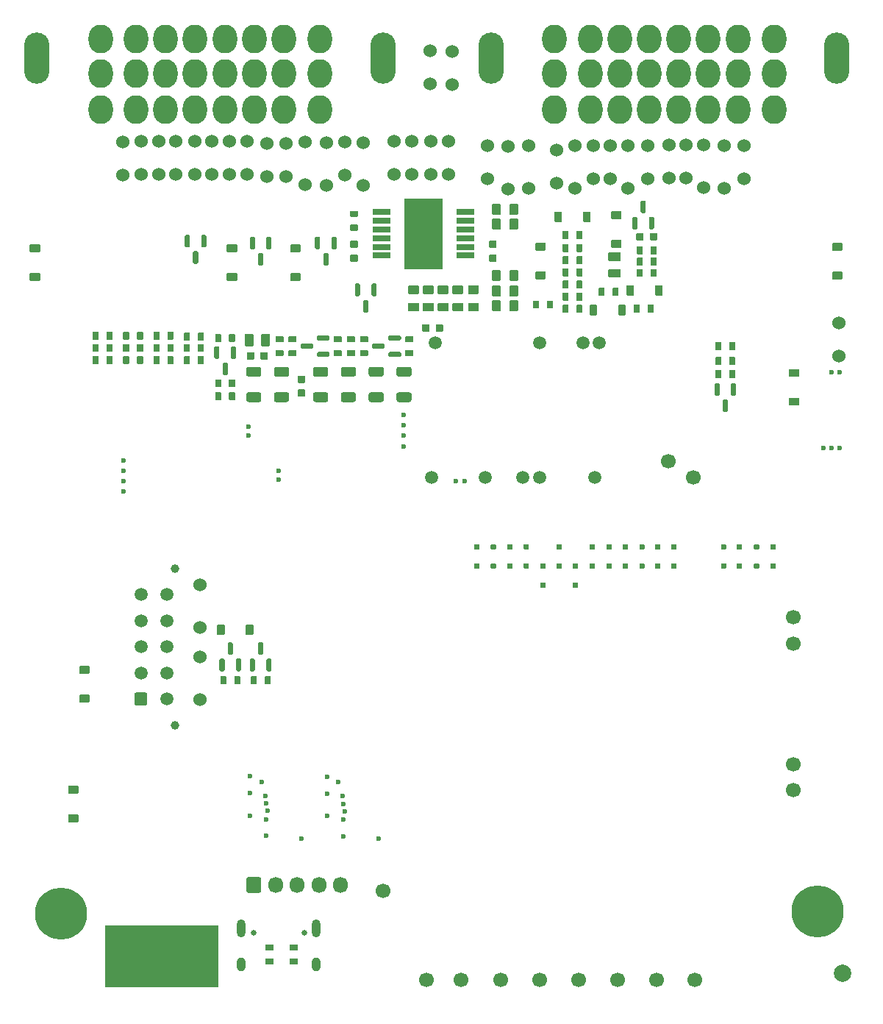
<source format=gbs>
G04 #@! TF.GenerationSoftware,KiCad,Pcbnew,7.0.1*
G04 #@! TF.CreationDate,2023-07-12T00:32:14+03:00*
G04 #@! TF.ProjectId,alphax_4ch,616c7068-6178-45f3-9463-682e6b696361,G*
G04 #@! TF.SameCoordinates,PX141f5e0PYa2cace0*
G04 #@! TF.FileFunction,Soldermask,Bot*
G04 #@! TF.FilePolarity,Negative*
%FSLAX46Y46*%
G04 Gerber Fmt 4.6, Leading zero omitted, Abs format (unit mm)*
G04 Created by KiCad (PCBNEW 7.0.1) date 2023-07-12 00:32:14*
%MOMM*%
%LPD*%
G01*
G04 APERTURE LIST*
%ADD10C,0.120000*%
%ADD11C,1.524000*%
%ADD12C,1.700000*%
%ADD13C,6.000000*%
%ADD14O,1.700000X1.850000*%
%ADD15O,2.900000X5.900000*%
%ADD16O,2.800000X3.300000*%
%ADD17C,0.650000*%
%ADD18O,1.000000X2.100000*%
%ADD19O,1.000000X1.600000*%
%ADD20C,1.000000*%
%ADD21C,1.500000*%
%ADD22C,0.600000*%
%ADD23C,0.599999*%
%ADD24R,2.000000X0.650000*%
%ADD25R,4.500000X8.100000*%
%ADD26C,2.000000*%
G04 APERTURE END LIST*
G04 #@! TO.C,U4*
D10*
X22850000Y200000D02*
X9850000Y200000D01*
X9850000Y7200000D01*
X22850000Y7200000D01*
X22850000Y200000D01*
G36*
X22850000Y200000D02*
G01*
X9850000Y200000D01*
X9850000Y7200000D01*
X22850000Y7200000D01*
X22850000Y200000D01*
G37*
G04 #@! TD*
D11*
G04 #@! TO.C,R8*
X76750000Y93245000D03*
X76750000Y97055000D03*
G04 #@! TD*
D12*
G04 #@! TO.C,P18*
X89100000Y39700000D03*
G04 #@! TD*
D11*
G04 #@! TO.C,F10*
X20840000Y33250000D03*
X20840000Y38150000D03*
G04 #@! TD*
D12*
G04 #@! TO.C,P23*
X59900000Y1000000D03*
G04 #@! TD*
D13*
G04 #@! TO.C,J8*
X4803000Y8619000D03*
G04 #@! TD*
D11*
G04 #@! TO.C,R59*
X45200000Y97505000D03*
X45200000Y93695000D03*
G04 #@! TD*
G04 #@! TO.C,R9*
X74800000Y93245000D03*
X74800000Y97055000D03*
G04 #@! TD*
G04 #@! TO.C,R68*
X24200000Y93695000D03*
X24200000Y97505000D03*
G04 #@! TD*
G04 #@! TO.C,J5*
G36*
G01*
X26150000Y11225000D02*
X26150000Y12575000D01*
G75*
G02*
X26400000Y12825000I250000J0D01*
G01*
X27600000Y12825000D01*
G75*
G02*
X27850000Y12575000I0J-250000D01*
G01*
X27850000Y11225000D01*
G75*
G02*
X27600000Y10975000I-250000J0D01*
G01*
X26400000Y10975000D01*
G75*
G02*
X26150000Y11225000I0J250000D01*
G01*
G37*
D14*
X29500000Y11900000D03*
X32000000Y11900000D03*
X34500000Y11900000D03*
X37000000Y11900000D03*
G04 #@! TD*
D11*
G04 #@! TO.C,F4*
X63950000Y97000000D03*
X63950000Y92100000D03*
G04 #@! TD*
G04 #@! TO.C,R91*
X94400000Y72795000D03*
X94400000Y76605000D03*
G04 #@! TD*
D15*
G04 #@! TO.C,P2*
X2050000Y107100000D03*
X41850000Y107100000D03*
D16*
X9350000Y101100000D03*
X13450000Y101100000D03*
X16850000Y101100000D03*
X20250000Y101100000D03*
X23650000Y101100000D03*
X27050000Y101100000D03*
X30500000Y101100000D03*
X34600000Y101100000D03*
X9350000Y105250000D03*
X13450000Y105250000D03*
X16850000Y105250000D03*
X20250000Y105250000D03*
X23650000Y105250000D03*
X27050000Y105250000D03*
X30500000Y105250000D03*
X34600000Y105250000D03*
X9350000Y109300000D03*
X13450000Y109300000D03*
X16850000Y109300000D03*
X20250000Y109300000D03*
X23650000Y109300000D03*
X27050000Y109300000D03*
X30500000Y109300000D03*
X34600000Y109300000D03*
G04 #@! TD*
D12*
G04 #@! TO.C,P19*
X41900000Y11200000D03*
G04 #@! TD*
D11*
G04 #@! TO.C,R11*
X47350000Y104095000D03*
X47350000Y107905000D03*
G04 #@! TD*
D12*
G04 #@! TO.C,P26*
X64400000Y1000000D03*
G04 #@! TD*
D11*
G04 #@! TO.C,R60*
X43200000Y93695000D03*
X43200000Y97505000D03*
G04 #@! TD*
D17*
G04 #@! TO.C,J1*
X27010000Y6420000D03*
X32790000Y6420000D03*
D18*
X25580000Y6920000D03*
D19*
X25580000Y2740000D03*
D18*
X34220000Y6920000D03*
D19*
X34220000Y2740000D03*
G04 #@! TD*
D12*
G04 #@! TO.C,P16*
X89100000Y22800000D03*
G04 #@! TD*
G04 #@! TO.C,P21*
X50900000Y1000000D03*
G04 #@! TD*
D11*
G04 #@! TO.C,R17*
X68050000Y93145000D03*
X68050000Y96955000D03*
G04 #@! TD*
G04 #@! TO.C,R63*
X22200000Y93695000D03*
X22200000Y97505000D03*
G04 #@! TD*
D12*
G04 #@! TO.C,P24*
X46900000Y1000000D03*
G04 #@! TD*
G04 #@! TO.C,P28*
X77800000Y1000000D03*
G04 #@! TD*
D11*
G04 #@! TO.C,R16*
X72350000Y93195000D03*
X72350000Y97005000D03*
G04 #@! TD*
G04 #@! TO.C,R70*
X11950000Y93595000D03*
X11950000Y97405000D03*
G04 #@! TD*
D12*
G04 #@! TO.C,P3*
X74700000Y60700000D03*
G04 #@! TD*
D20*
G04 #@! TO.C,J6*
X17940000Y30300000D03*
X17940000Y48300000D03*
G36*
G01*
X14499999Y32550000D02*
X13500001Y32550000D01*
G75*
G02*
X13250000Y32800001I0J250001D01*
G01*
X13250000Y33799999D01*
G75*
G02*
X13500001Y34050000I250001J0D01*
G01*
X14499999Y34050000D01*
G75*
G02*
X14750000Y33799999I0J-250001D01*
G01*
X14750000Y32800001D01*
G75*
G02*
X14499999Y32550000I-250001J0D01*
G01*
G37*
D21*
X14000000Y36300000D03*
X14000000Y39300000D03*
X14000000Y42300000D03*
X14000000Y45300000D03*
X17000000Y33300000D03*
X17000000Y36300000D03*
X17000000Y39300000D03*
X17000000Y42300000D03*
X17000000Y45300000D03*
G04 #@! TD*
D12*
G04 #@! TO.C,P27*
X73400000Y1000000D03*
G04 #@! TD*
D21*
G04 #@! TO.C,M1*
X66300000Y58825005D03*
X59900003Y58825005D03*
X58000000Y58825005D03*
X53700000Y58825005D03*
D22*
X51300003Y58375006D03*
X50300002Y58375006D03*
D21*
X47450000Y58825005D03*
X66750002Y74325002D03*
X64900003Y74325002D03*
X59950000Y74325002D03*
X47900002Y74325002D03*
G04 #@! TD*
D22*
G04 #@! TO.C,M3*
X11975000Y59550000D03*
X11975000Y60750000D03*
X11975000Y58350000D03*
X11975000Y57150000D03*
X26400000Y63610000D03*
X26400000Y64610000D03*
G04 #@! TD*
D11*
G04 #@! TO.C,R10*
X66100000Y93145000D03*
X66100000Y96955000D03*
G04 #@! TD*
G04 #@! TO.C,R62*
X28500000Y93395000D03*
X28500000Y97205000D03*
G04 #@! TD*
G04 #@! TO.C,F7*
X32900000Y97399979D03*
X32900000Y92499979D03*
G04 #@! TD*
G04 #@! TO.C,R56*
X14000000Y93645000D03*
X14000000Y97455000D03*
G04 #@! TD*
G04 #@! TO.C,R19*
X53950000Y93145000D03*
X53950000Y96955000D03*
G04 #@! TD*
G04 #@! TO.C,R67*
X26250000Y93645000D03*
X26250000Y97455000D03*
G04 #@! TD*
G04 #@! TO.C,F1*
X81196000Y96995000D03*
X81196000Y92095000D03*
G04 #@! TD*
G04 #@! TO.C,R64*
X16050000Y93645000D03*
X16050000Y97455000D03*
G04 #@! TD*
G04 #@! TO.C,F3*
X70100000Y97000000D03*
X70100000Y92100000D03*
G04 #@! TD*
G04 #@! TO.C,R61*
X30700000Y93445000D03*
X30700000Y97255000D03*
G04 #@! TD*
D12*
G04 #@! TO.C,P22*
X55400000Y1000000D03*
G04 #@! TD*
D13*
G04 #@! TO.C,J7*
X91948000Y8873000D03*
G04 #@! TD*
D12*
G04 #@! TO.C,P20*
X89100000Y42700000D03*
G04 #@! TD*
D11*
G04 #@! TO.C,R69*
X18050000Y93645000D03*
X18050000Y97455000D03*
G04 #@! TD*
G04 #@! TO.C,R55*
X20200000Y93695000D03*
X20200000Y97505000D03*
G04 #@! TD*
G04 #@! TO.C,F8*
X39600000Y97299979D03*
X39600000Y92399979D03*
G04 #@! TD*
D12*
G04 #@! TO.C,P25*
X68900000Y1000000D03*
G04 #@! TD*
D11*
G04 #@! TO.C,R54*
X37450000Y93595000D03*
X37450000Y97405000D03*
G04 #@! TD*
G04 #@! TO.C,R52*
X47400000Y93695000D03*
X47400000Y97505000D03*
G04 #@! TD*
D22*
G04 #@! TO.C,M9*
X94474999Y62225000D03*
X93524999Y62225000D03*
X92575001Y62225000D03*
X93574999Y70925000D03*
X94474999Y70925000D03*
G04 #@! TD*
D23*
G04 #@! TO.C,M6*
X37285001Y19400014D03*
X35449991Y19825022D03*
X37499999Y20375019D03*
X37285004Y21249978D03*
X37209997Y22100001D03*
X35449991Y22425017D03*
X36759991Y23724984D03*
X35449991Y24375001D03*
X41375006Y17199998D03*
X37300000Y17500000D03*
G04 #@! TD*
D11*
G04 #@! TO.C,R15*
X83482000Y93190000D03*
X83482000Y97000000D03*
G04 #@! TD*
G04 #@! TO.C,R53*
X49400000Y93695000D03*
X49400000Y97505000D03*
G04 #@! TD*
D22*
G04 #@! TO.C,M8*
X44300000Y63587500D03*
X44300000Y62387500D03*
X44300000Y64787500D03*
X44300000Y65987500D03*
X29875000Y59527500D03*
X29875000Y58527500D03*
G04 #@! TD*
D11*
G04 #@! TO.C,F9*
X35350000Y97349979D03*
X35350000Y92449979D03*
G04 #@! TD*
D12*
G04 #@! TO.C,P17*
X89100000Y25800000D03*
G04 #@! TD*
D15*
G04 #@! TO.C,P1*
X54350000Y107100000D03*
X94150000Y107100000D03*
D16*
X61650000Y101100000D03*
X65750000Y101100000D03*
X69150000Y101100000D03*
X72550000Y101100000D03*
X75950000Y101100000D03*
X79350000Y101100000D03*
X82800000Y101100000D03*
X86900000Y101100000D03*
X61650000Y105250000D03*
X65750000Y105250000D03*
X69150000Y105250000D03*
X72550000Y105250000D03*
X75950000Y105250000D03*
X79350000Y105250000D03*
X82800000Y105250000D03*
X86900000Y105250000D03*
X61650000Y109300000D03*
X65750000Y109300000D03*
X69150000Y109300000D03*
X72550000Y109300000D03*
X75950000Y109300000D03*
X79350000Y109300000D03*
X82800000Y109300000D03*
X86900000Y109300000D03*
G04 #@! TD*
D11*
G04 #@! TO.C,F6*
X56300000Y96900000D03*
X56300000Y92000000D03*
G04 #@! TD*
D23*
G04 #@! TO.C,M2*
X28405111Y19436868D03*
X26570101Y19861876D03*
X28620109Y20411873D03*
X28405114Y21286832D03*
X28330107Y22136855D03*
X26570101Y22461871D03*
X27880101Y23761838D03*
X26570101Y24411855D03*
X32495116Y17236852D03*
X28420110Y17536854D03*
G04 #@! TD*
D11*
G04 #@! TO.C,R12*
X49850000Y104045000D03*
X49850000Y107855000D03*
G04 #@! TD*
G04 #@! TO.C,R18*
X61850000Y92695000D03*
X61850000Y96505000D03*
G04 #@! TD*
D12*
G04 #@! TO.C,P4*
X77600000Y58800000D03*
G04 #@! TD*
D11*
G04 #@! TO.C,F5*
X58650000Y96945000D03*
X58650000Y92045000D03*
G04 #@! TD*
G04 #@! TO.C,F11*
X20840000Y41550000D03*
X20840000Y46450000D03*
G04 #@! TD*
G04 #@! TO.C,F2*
X78800000Y97045000D03*
X78800000Y92145000D03*
G04 #@! TD*
G04 #@! TO.C,R1137*
G36*
G01*
X22550000Y74447500D02*
X22550000Y75227500D01*
G75*
G02*
X22620000Y75297500I70000J0D01*
G01*
X23180000Y75297500D01*
G75*
G02*
X23250000Y75227500I0J-70000D01*
G01*
X23250000Y74447500D01*
G75*
G02*
X23180000Y74377500I-70000J0D01*
G01*
X22620000Y74377500D01*
G75*
G02*
X22550000Y74447500I0J70000D01*
G01*
G37*
G36*
G01*
X24150000Y74447500D02*
X24150000Y75227500D01*
G75*
G02*
X24220000Y75297500I70000J0D01*
G01*
X24780000Y75297500D01*
G75*
G02*
X24850000Y75227500I0J-70000D01*
G01*
X24850000Y74447500D01*
G75*
G02*
X24780000Y74377500I-70000J0D01*
G01*
X24220000Y74377500D01*
G75*
G02*
X24150000Y74447500I0J70000D01*
G01*
G37*
G04 #@! TD*
G04 #@! TO.C,C18*
G36*
G01*
X28625000Y73140000D02*
X28625000Y72460000D01*
G75*
G02*
X28540000Y72375000I-85000J0D01*
G01*
X27860000Y72375000D01*
G75*
G02*
X27775000Y72460000I0J85000D01*
G01*
X27775000Y73140000D01*
G75*
G02*
X27860000Y73225000I85000J0D01*
G01*
X28540000Y73225000D01*
G75*
G02*
X28625000Y73140000I0J-85000D01*
G01*
G37*
G36*
G01*
X27044998Y73140000D02*
X27044998Y72460000D01*
G75*
G02*
X26959998Y72375000I-85000J0D01*
G01*
X26279998Y72375000D01*
G75*
G02*
X26194998Y72460000I0J85000D01*
G01*
X26194998Y73140000D01*
G75*
G02*
X26279998Y73225000I85000J0D01*
G01*
X26959998Y73225000D01*
G75*
G02*
X27044998Y73140000I0J-85000D01*
G01*
G37*
G04 #@! TD*
G04 #@! TO.C,R29*
G36*
G01*
X80150000Y70310000D02*
X80150000Y71090000D01*
G75*
G02*
X80220000Y71160000I70000J0D01*
G01*
X80780000Y71160000D01*
G75*
G02*
X80850000Y71090000I0J-70000D01*
G01*
X80850000Y70310000D01*
G75*
G02*
X80780000Y70240000I-70000J0D01*
G01*
X80220000Y70240000D01*
G75*
G02*
X80150000Y70310000I0J70000D01*
G01*
G37*
G36*
G01*
X81750000Y70310000D02*
X81750000Y71090000D01*
G75*
G02*
X81820000Y71160000I70000J0D01*
G01*
X82380000Y71160000D01*
G75*
G02*
X82450000Y71090000I0J-70000D01*
G01*
X82450000Y70310000D01*
G75*
G02*
X82380000Y70240000I-70000J0D01*
G01*
X81820000Y70240000D01*
G75*
G02*
X81750000Y70310000I0J70000D01*
G01*
G37*
G04 #@! TD*
G04 #@! TO.C,R90*
G36*
G01*
X38935290Y87190000D02*
X38155290Y87190000D01*
G75*
G02*
X38085290Y87260000I0J70000D01*
G01*
X38085290Y87820000D01*
G75*
G02*
X38155290Y87890000I70000J0D01*
G01*
X38935290Y87890000D01*
G75*
G02*
X39005290Y87820000I0J-70000D01*
G01*
X39005290Y87260000D01*
G75*
G02*
X38935290Y87190000I-70000J0D01*
G01*
G37*
G36*
G01*
X38935290Y88790000D02*
X38155290Y88790000D01*
G75*
G02*
X38085290Y88860000I0J70000D01*
G01*
X38085290Y89420000D01*
G75*
G02*
X38155290Y89490000I70000J0D01*
G01*
X38935290Y89490000D01*
G75*
G02*
X39005290Y89420000I0J-70000D01*
G01*
X39005290Y88860000D01*
G75*
G02*
X38935290Y88790000I-70000J0D01*
G01*
G37*
G04 #@! TD*
G04 #@! TO.C,D30*
G36*
G01*
X75700000Y48840000D02*
X75700000Y48360000D01*
G75*
G02*
X75640000Y48300000I-60000J0D01*
G01*
X75160000Y48300000D01*
G75*
G02*
X75100000Y48360000I0J60000D01*
G01*
X75100000Y48840000D01*
G75*
G02*
X75160000Y48900000I60000J0D01*
G01*
X75640000Y48900000D01*
G75*
G02*
X75700000Y48840000I0J-60000D01*
G01*
G37*
G36*
G01*
X75700000Y51040000D02*
X75700000Y50560000D01*
G75*
G02*
X75640000Y50500000I-60000J0D01*
G01*
X75160000Y50500000D01*
G75*
G02*
X75100000Y50560000I0J60000D01*
G01*
X75100000Y51040000D01*
G75*
G02*
X75160000Y51100000I60000J0D01*
G01*
X75640000Y51100000D01*
G75*
G02*
X75700000Y51040000I0J-60000D01*
G01*
G37*
G04 #@! TD*
G04 #@! TO.C,C3*
G36*
G01*
X38205290Y86055001D02*
X38885290Y86055001D01*
G75*
G02*
X38970290Y85970001I0J-85000D01*
G01*
X38970290Y85290001D01*
G75*
G02*
X38885290Y85205001I-85000J0D01*
G01*
X38205290Y85205001D01*
G75*
G02*
X38120290Y85290001I0J85000D01*
G01*
X38120290Y85970001D01*
G75*
G02*
X38205290Y86055001I85000J0D01*
G01*
G37*
G36*
G01*
X38205290Y84474999D02*
X38885290Y84474999D01*
G75*
G02*
X38970290Y84389999I0J-85000D01*
G01*
X38970290Y83709999D01*
G75*
G02*
X38885290Y83624999I-85000J0D01*
G01*
X38205290Y83624999D01*
G75*
G02*
X38120290Y83709999I0J85000D01*
G01*
X38120290Y84389999D01*
G75*
G02*
X38205290Y84474999I85000J0D01*
G01*
G37*
G04 #@! TD*
G04 #@! TO.C,D46*
G36*
G01*
X56800000Y48840000D02*
X56800000Y48360000D01*
G75*
G02*
X56740000Y48300000I-60000J0D01*
G01*
X56260000Y48300000D01*
G75*
G02*
X56200000Y48360000I0J60000D01*
G01*
X56200000Y48840000D01*
G75*
G02*
X56260000Y48900000I60000J0D01*
G01*
X56740000Y48900000D01*
G75*
G02*
X56800000Y48840000I0J-60000D01*
G01*
G37*
G36*
G01*
X56800000Y51040000D02*
X56800000Y50560000D01*
G75*
G02*
X56740000Y50500000I-60000J0D01*
G01*
X56260000Y50500000D01*
G75*
G02*
X56200000Y50560000I0J60000D01*
G01*
X56200000Y51040000D01*
G75*
G02*
X56260000Y51100000I60000J0D01*
G01*
X56740000Y51100000D01*
G75*
G02*
X56800000Y51040000I0J-60000D01*
G01*
G37*
G04 #@! TD*
G04 #@! TO.C,R87*
G36*
G01*
X11950000Y71910000D02*
X11950000Y72690000D01*
G75*
G02*
X12020000Y72760000I70000J0D01*
G01*
X12580000Y72760000D01*
G75*
G02*
X12650000Y72690000I0J-70000D01*
G01*
X12650000Y71910000D01*
G75*
G02*
X12580000Y71840000I-70000J0D01*
G01*
X12020000Y71840000D01*
G75*
G02*
X11950000Y71910000I0J70000D01*
G01*
G37*
G36*
G01*
X13550000Y71910000D02*
X13550000Y72690000D01*
G75*
G02*
X13620000Y72760000I70000J0D01*
G01*
X14180000Y72760000D01*
G75*
G02*
X14250000Y72690000I0J-70000D01*
G01*
X14250000Y71910000D01*
G75*
G02*
X14180000Y71840000I-70000J0D01*
G01*
X13620000Y71840000D01*
G75*
G02*
X13550000Y71910000I0J70000D01*
G01*
G37*
G04 #@! TD*
G04 #@! TO.C,R21*
G36*
G01*
X62550000Y80610000D02*
X62550000Y81390000D01*
G75*
G02*
X62620000Y81460000I70000J0D01*
G01*
X63180000Y81460000D01*
G75*
G02*
X63250000Y81390000I0J-70000D01*
G01*
X63250000Y80610000D01*
G75*
G02*
X63180000Y80540000I-70000J0D01*
G01*
X62620000Y80540000D01*
G75*
G02*
X62550000Y80610000I0J70000D01*
G01*
G37*
G36*
G01*
X64150000Y80610000D02*
X64150000Y81390000D01*
G75*
G02*
X64220000Y81460000I70000J0D01*
G01*
X64780000Y81460000D01*
G75*
G02*
X64850000Y81390000I0J-70000D01*
G01*
X64850000Y80610000D01*
G75*
G02*
X64780000Y80540000I-70000J0D01*
G01*
X64220000Y80540000D01*
G75*
G02*
X64150000Y80610000I0J70000D01*
G01*
G37*
G04 #@! TD*
G04 #@! TO.C,R82*
G36*
G01*
X11950000Y74710000D02*
X11950000Y75490000D01*
G75*
G02*
X12020000Y75560000I70000J0D01*
G01*
X12580000Y75560000D01*
G75*
G02*
X12650000Y75490000I0J-70000D01*
G01*
X12650000Y74710000D01*
G75*
G02*
X12580000Y74640000I-70000J0D01*
G01*
X12020000Y74640000D01*
G75*
G02*
X11950000Y74710000I0J70000D01*
G01*
G37*
G36*
G01*
X13550000Y74710000D02*
X13550000Y75490000D01*
G75*
G02*
X13620000Y75560000I70000J0D01*
G01*
X14180000Y75560000D01*
G75*
G02*
X14250000Y75490000I0J-70000D01*
G01*
X14250000Y74710000D01*
G75*
G02*
X14180000Y74640000I-70000J0D01*
G01*
X13620000Y74640000D01*
G75*
G02*
X13550000Y74710000I0J70000D01*
G01*
G37*
G04 #@! TD*
G04 #@! TO.C,D49*
G36*
G01*
X69900000Y79815000D02*
X69900000Y80835000D01*
G75*
G02*
X69990000Y80925000I90000J0D01*
G01*
X70710000Y80925000D01*
G75*
G02*
X70800000Y80835000I0J-90000D01*
G01*
X70800000Y79815000D01*
G75*
G02*
X70710000Y79725000I-90000J0D01*
G01*
X69990000Y79725000D01*
G75*
G02*
X69900000Y79815000I0J90000D01*
G01*
G37*
G36*
G01*
X73200000Y79815000D02*
X73200000Y80835000D01*
G75*
G02*
X73290000Y80925000I90000J0D01*
G01*
X74010000Y80925000D01*
G75*
G02*
X74100000Y80835000I0J-90000D01*
G01*
X74100000Y79815000D01*
G75*
G02*
X74010000Y79725000I-90000J0D01*
G01*
X73290000Y79725000D01*
G75*
G02*
X73200000Y79815000I0J90000D01*
G01*
G37*
G04 #@! TD*
G04 #@! TO.C,C20*
G36*
G01*
X48815001Y76340000D02*
X48815001Y75660000D01*
G75*
G02*
X48730001Y75575000I-85000J0D01*
G01*
X48050001Y75575000D01*
G75*
G02*
X47965001Y75660000I0J85000D01*
G01*
X47965001Y76340000D01*
G75*
G02*
X48050001Y76425000I85000J0D01*
G01*
X48730001Y76425000D01*
G75*
G02*
X48815001Y76340000I0J-85000D01*
G01*
G37*
G36*
G01*
X47234999Y76340000D02*
X47234999Y75660000D01*
G75*
G02*
X47149999Y75575000I-85000J0D01*
G01*
X46469999Y75575000D01*
G75*
G02*
X46384999Y75660000I0J85000D01*
G01*
X46384999Y76340000D01*
G75*
G02*
X46469999Y76425000I85000J0D01*
G01*
X47149999Y76425000D01*
G75*
G02*
X47234999Y76340000I0J-85000D01*
G01*
G37*
G04 #@! TD*
G04 #@! TO.C,D1*
G36*
G01*
X60000000Y48360000D02*
X60000000Y48840000D01*
G75*
G02*
X60060000Y48900000I60000J0D01*
G01*
X60540000Y48900000D01*
G75*
G02*
X60600000Y48840000I0J-60000D01*
G01*
X60600000Y48360000D01*
G75*
G02*
X60540000Y48300000I-60000J0D01*
G01*
X60060000Y48300000D01*
G75*
G02*
X60000000Y48360000I0J60000D01*
G01*
G37*
G36*
G01*
X60000000Y46160000D02*
X60000000Y46640000D01*
G75*
G02*
X60060000Y46700000I60000J0D01*
G01*
X60540000Y46700000D01*
G75*
G02*
X60600000Y46640000I0J-60000D01*
G01*
X60600000Y46160000D01*
G75*
G02*
X60540000Y46100000I-60000J0D01*
G01*
X60060000Y46100000D01*
G75*
G02*
X60000000Y46160000I0J60000D01*
G01*
G37*
G04 #@! TD*
G04 #@! TO.C,C1*
G36*
G01*
X54885290Y83624999D02*
X54205290Y83624999D01*
G75*
G02*
X54120290Y83709999I0J85000D01*
G01*
X54120290Y84389999D01*
G75*
G02*
X54205290Y84474999I85000J0D01*
G01*
X54885290Y84474999D01*
G75*
G02*
X54970290Y84389999I0J-85000D01*
G01*
X54970290Y83709999D01*
G75*
G02*
X54885290Y83624999I-85000J0D01*
G01*
G37*
G36*
G01*
X54885290Y85205001D02*
X54205290Y85205001D01*
G75*
G02*
X54120290Y85290001I0J85000D01*
G01*
X54120290Y85970001D01*
G75*
G02*
X54205290Y86055001I85000J0D01*
G01*
X54885290Y86055001D01*
G75*
G02*
X54970290Y85970001I0J-85000D01*
G01*
X54970290Y85290001D01*
G75*
G02*
X54885290Y85205001I-85000J0D01*
G01*
G37*
G04 #@! TD*
G04 #@! TO.C,D23*
G36*
G01*
X19200000Y86737500D02*
X19500000Y86737500D01*
G75*
G02*
X19650000Y86587500I0J-150000D01*
G01*
X19650000Y85412500D01*
G75*
G02*
X19500000Y85262500I-150000J0D01*
G01*
X19200000Y85262500D01*
G75*
G02*
X19050000Y85412500I0J150000D01*
G01*
X19050000Y86587500D01*
G75*
G02*
X19200000Y86737500I150000J0D01*
G01*
G37*
G36*
G01*
X21100000Y86737500D02*
X21400000Y86737500D01*
G75*
G02*
X21550000Y86587500I0J-150000D01*
G01*
X21550000Y85412500D01*
G75*
G02*
X21400000Y85262500I-150000J0D01*
G01*
X21100000Y85262500D01*
G75*
G02*
X20950000Y85412500I0J150000D01*
G01*
X20950000Y86587500D01*
G75*
G02*
X21100000Y86737500I150000J0D01*
G01*
G37*
G36*
G01*
X20150000Y84862500D02*
X20450000Y84862500D01*
G75*
G02*
X20600000Y84712500I0J-150000D01*
G01*
X20600000Y83537500D01*
G75*
G02*
X20450000Y83387500I-150000J0D01*
G01*
X20150000Y83387500D01*
G75*
G02*
X20000000Y83537500I0J150000D01*
G01*
X20000000Y84712500D01*
G75*
G02*
X20150000Y84862500I150000J0D01*
G01*
G37*
G04 #@! TD*
G04 #@! TO.C,D6*
G36*
G01*
X83187497Y48841498D02*
X83187497Y48361498D01*
G75*
G02*
X83127497Y48301498I-60000J0D01*
G01*
X82647497Y48301498D01*
G75*
G02*
X82587497Y48361498I0J60000D01*
G01*
X82587497Y48841498D01*
G75*
G02*
X82647497Y48901498I60000J0D01*
G01*
X83127497Y48901498D01*
G75*
G02*
X83187497Y48841498I0J-60000D01*
G01*
G37*
G36*
G01*
X83187497Y51041498D02*
X83187497Y50561498D01*
G75*
G02*
X83127497Y50501498I-60000J0D01*
G01*
X82647497Y50501498D01*
G75*
G02*
X82587497Y50561498I0J60000D01*
G01*
X82587497Y51041498D01*
G75*
G02*
X82647497Y51101498I60000J0D01*
G01*
X83127497Y51101498D01*
G75*
G02*
X83187497Y51041498I0J-60000D01*
G01*
G37*
G04 #@! TD*
G04 #@! TO.C,Q1*
G36*
G01*
X43975000Y75000000D02*
X43975000Y74700000D01*
G75*
G02*
X43825000Y74550000I-150000J0D01*
G01*
X42650000Y74550000D01*
G75*
G02*
X42500000Y74700000I0J150000D01*
G01*
X42500000Y75000000D01*
G75*
G02*
X42650000Y75150000I150000J0D01*
G01*
X43825000Y75150000D01*
G75*
G02*
X43975000Y75000000I0J-150000D01*
G01*
G37*
G36*
G01*
X42100000Y74050000D02*
X42100000Y73750000D01*
G75*
G02*
X41950000Y73600000I-150000J0D01*
G01*
X40775000Y73600000D01*
G75*
G02*
X40625000Y73750000I0J150000D01*
G01*
X40625000Y74050000D01*
G75*
G02*
X40775000Y74200000I150000J0D01*
G01*
X41950000Y74200000D01*
G75*
G02*
X42100000Y74050000I0J-150000D01*
G01*
G37*
G36*
G01*
X43975000Y73100000D02*
X43975000Y72800000D01*
G75*
G02*
X43825000Y72650000I-150000J0D01*
G01*
X42650000Y72650000D01*
G75*
G02*
X42500000Y72800000I0J150000D01*
G01*
X42500000Y73100000D01*
G75*
G02*
X42650000Y73250000I150000J0D01*
G01*
X43825000Y73250000D01*
G75*
G02*
X43975000Y73100000I0J-150000D01*
G01*
G37*
G04 #@! TD*
G04 #@! TO.C,R24*
G36*
G01*
X38525000Y67475000D02*
X37275000Y67475000D01*
G75*
G02*
X37025000Y67725000I0J250000D01*
G01*
X37025000Y68350000D01*
G75*
G02*
X37275000Y68600000I250000J0D01*
G01*
X38525000Y68600000D01*
G75*
G02*
X38775000Y68350000I0J-250000D01*
G01*
X38775000Y67725000D01*
G75*
G02*
X38525000Y67475000I-250000J0D01*
G01*
G37*
G36*
G01*
X38525000Y70400000D02*
X37275000Y70400000D01*
G75*
G02*
X37025000Y70650000I0J250000D01*
G01*
X37025000Y71275000D01*
G75*
G02*
X37275000Y71525000I250000J0D01*
G01*
X38525000Y71525000D01*
G75*
G02*
X38775000Y71275000I0J-250000D01*
G01*
X38775000Y70650000D01*
G75*
G02*
X38525000Y70400000I-250000J0D01*
G01*
G37*
G04 #@! TD*
G04 #@! TO.C,R38*
G36*
G01*
X23150000Y35067581D02*
X23150000Y35847581D01*
G75*
G02*
X23220000Y35917581I70000J0D01*
G01*
X23780000Y35917581D01*
G75*
G02*
X23850000Y35847581I0J-70000D01*
G01*
X23850000Y35067581D01*
G75*
G02*
X23780000Y34997581I-70000J0D01*
G01*
X23220000Y34997581D01*
G75*
G02*
X23150000Y35067581I0J70000D01*
G01*
G37*
G36*
G01*
X24750000Y35067581D02*
X24750000Y35847581D01*
G75*
G02*
X24820000Y35917581I70000J0D01*
G01*
X25380000Y35917581D01*
G75*
G02*
X25450000Y35847581I0J-70000D01*
G01*
X25450000Y35067581D01*
G75*
G02*
X25380000Y34997581I-70000J0D01*
G01*
X24820000Y34997581D01*
G75*
G02*
X24750000Y35067581I0J70000D01*
G01*
G37*
G04 #@! TD*
G04 #@! TO.C,D68*
G36*
G01*
X6730000Y19100000D02*
X5710000Y19100000D01*
G75*
G02*
X5620000Y19190000I0J90000D01*
G01*
X5620000Y19910000D01*
G75*
G02*
X5710000Y20000000I90000J0D01*
G01*
X6730000Y20000000D01*
G75*
G02*
X6820000Y19910000I0J-90000D01*
G01*
X6820000Y19190000D01*
G75*
G02*
X6730000Y19100000I-90000J0D01*
G01*
G37*
G36*
G01*
X6730000Y22400000D02*
X5710000Y22400000D01*
G75*
G02*
X5620000Y22490000I0J90000D01*
G01*
X5620000Y23210000D01*
G75*
G02*
X5710000Y23300000I90000J0D01*
G01*
X6730000Y23300000D01*
G75*
G02*
X6820000Y23210000I0J-90000D01*
G01*
X6820000Y22490000D01*
G75*
G02*
X6730000Y22400000I-90000J0D01*
G01*
G37*
G04 #@! TD*
G04 #@! TO.C,D22*
G36*
G01*
X58687498Y48841498D02*
X58687498Y48361498D01*
G75*
G02*
X58627498Y48301498I-60000J0D01*
G01*
X58147498Y48301498D01*
G75*
G02*
X58087498Y48361498I0J60000D01*
G01*
X58087498Y48841498D01*
G75*
G02*
X58147498Y48901498I60000J0D01*
G01*
X58627498Y48901498D01*
G75*
G02*
X58687498Y48841498I0J-60000D01*
G01*
G37*
G36*
G01*
X58687498Y51041498D02*
X58687498Y50561498D01*
G75*
G02*
X58627498Y50501498I-60000J0D01*
G01*
X58147498Y50501498D01*
G75*
G02*
X58087498Y50561498I0J60000D01*
G01*
X58087498Y51041498D01*
G75*
G02*
X58147498Y51101498I60000J0D01*
G01*
X58627498Y51101498D01*
G75*
G02*
X58687498Y51041498I0J-60000D01*
G01*
G37*
G04 #@! TD*
G04 #@! TO.C,R1112*
G36*
G01*
X70750000Y77835000D02*
X70750000Y78615000D01*
G75*
G02*
X70820000Y78685000I70000J0D01*
G01*
X71380000Y78685000D01*
G75*
G02*
X71450000Y78615000I0J-70000D01*
G01*
X71450000Y77835000D01*
G75*
G02*
X71380000Y77765000I-70000J0D01*
G01*
X70820000Y77765000D01*
G75*
G02*
X70750000Y77835000I0J70000D01*
G01*
G37*
G36*
G01*
X72350000Y77835000D02*
X72350000Y78615000D01*
G75*
G02*
X72420000Y78685000I70000J0D01*
G01*
X72980000Y78685000D01*
G75*
G02*
X73050000Y78615000I0J-70000D01*
G01*
X73050000Y77835000D01*
G75*
G02*
X72980000Y77765000I-70000J0D01*
G01*
X72420000Y77765000D01*
G75*
G02*
X72350000Y77835000I0J70000D01*
G01*
G37*
G04 #@! TD*
G04 #@! TO.C,R32*
G36*
G01*
X82450000Y72590000D02*
X82450000Y71810000D01*
G75*
G02*
X82380000Y71740000I-70000J0D01*
G01*
X81820000Y71740000D01*
G75*
G02*
X81750000Y71810000I0J70000D01*
G01*
X81750000Y72590000D01*
G75*
G02*
X81820000Y72660000I70000J0D01*
G01*
X82380000Y72660000D01*
G75*
G02*
X82450000Y72590000I0J-70000D01*
G01*
G37*
G36*
G01*
X80850000Y72590000D02*
X80850000Y71810000D01*
G75*
G02*
X80780000Y71740000I-70000J0D01*
G01*
X80220000Y71740000D01*
G75*
G02*
X80150000Y71810000I0J70000D01*
G01*
X80150000Y72590000D01*
G75*
G02*
X80220000Y72660000I70000J0D01*
G01*
X80780000Y72660000D01*
G75*
G02*
X80850000Y72590000I0J-70000D01*
G01*
G37*
G04 #@! TD*
G04 #@! TO.C,D65*
G36*
G01*
X89715000Y67075000D02*
X88695000Y67075000D01*
G75*
G02*
X88605000Y67165000I0J90000D01*
G01*
X88605000Y67885000D01*
G75*
G02*
X88695000Y67975000I90000J0D01*
G01*
X89715000Y67975000D01*
G75*
G02*
X89805000Y67885000I0J-90000D01*
G01*
X89805000Y67165000D01*
G75*
G02*
X89715000Y67075000I-90000J0D01*
G01*
G37*
G36*
G01*
X89715000Y70375000D02*
X88695000Y70375000D01*
G75*
G02*
X88605000Y70465000I0J90000D01*
G01*
X88605000Y71185000D01*
G75*
G02*
X88695000Y71275000I90000J0D01*
G01*
X89715000Y71275000D01*
G75*
G02*
X89805000Y71185000I0J-90000D01*
G01*
X89805000Y70465000D01*
G75*
G02*
X89715000Y70375000I-90000J0D01*
G01*
G37*
G04 #@! TD*
G04 #@! TO.C,D42*
G36*
G01*
X72000000Y48840000D02*
X72000000Y48360000D01*
G75*
G02*
X71940000Y48300000I-60000J0D01*
G01*
X71460000Y48300000D01*
G75*
G02*
X71400000Y48360000I0J60000D01*
G01*
X71400000Y48840000D01*
G75*
G02*
X71460000Y48900000I60000J0D01*
G01*
X71940000Y48900000D01*
G75*
G02*
X72000000Y48840000I0J-60000D01*
G01*
G37*
G36*
G01*
X72000000Y51040000D02*
X72000000Y50560000D01*
G75*
G02*
X71940000Y50500000I-60000J0D01*
G01*
X71460000Y50500000D01*
G75*
G02*
X71400000Y50560000I0J60000D01*
G01*
X71400000Y51040000D01*
G75*
G02*
X71460000Y51100000I60000J0D01*
G01*
X71940000Y51100000D01*
G75*
G02*
X72000000Y51040000I0J-60000D01*
G01*
G37*
G04 #@! TD*
G04 #@! TO.C,C7*
G36*
G01*
X54445290Y79715000D02*
X54445290Y80765000D01*
G75*
G02*
X54545290Y80865000I100000J0D01*
G01*
X55345290Y80865000D01*
G75*
G02*
X55445290Y80765000I0J-100000D01*
G01*
X55445290Y79715000D01*
G75*
G02*
X55345290Y79615000I-100000J0D01*
G01*
X54545290Y79615000D01*
G75*
G02*
X54445290Y79715000I0J100000D01*
G01*
G37*
G36*
G01*
X56445290Y79715000D02*
X56445290Y80765000D01*
G75*
G02*
X56545290Y80865000I100000J0D01*
G01*
X57345290Y80865000D01*
G75*
G02*
X57445290Y80765000I0J-100000D01*
G01*
X57445290Y79715000D01*
G75*
G02*
X57345290Y79615000I-100000J0D01*
G01*
X56545290Y79615000D01*
G75*
G02*
X56445290Y79715000I0J100000D01*
G01*
G37*
G04 #@! TD*
G04 #@! TO.C,R36*
G36*
G01*
X64850000Y79990000D02*
X64850000Y79210000D01*
G75*
G02*
X64780000Y79140000I-70000J0D01*
G01*
X64220000Y79140000D01*
G75*
G02*
X64150000Y79210000I0J70000D01*
G01*
X64150000Y79990000D01*
G75*
G02*
X64220000Y80060000I70000J0D01*
G01*
X64780000Y80060000D01*
G75*
G02*
X64850000Y79990000I0J-70000D01*
G01*
G37*
G36*
G01*
X63250000Y79990000D02*
X63250000Y79210000D01*
G75*
G02*
X63180000Y79140000I-70000J0D01*
G01*
X62620000Y79140000D01*
G75*
G02*
X62550000Y79210000I0J70000D01*
G01*
X62550000Y79990000D01*
G75*
G02*
X62620000Y80060000I70000J0D01*
G01*
X63180000Y80060000D01*
G75*
G02*
X63250000Y79990000I0J-70000D01*
G01*
G37*
G04 #@! TD*
G04 #@! TO.C,R88*
G36*
G01*
X15450000Y71910000D02*
X15450000Y72690000D01*
G75*
G02*
X15520000Y72760000I70000J0D01*
G01*
X16080000Y72760000D01*
G75*
G02*
X16150000Y72690000I0J-70000D01*
G01*
X16150000Y71910000D01*
G75*
G02*
X16080000Y71840000I-70000J0D01*
G01*
X15520000Y71840000D01*
G75*
G02*
X15450000Y71910000I0J70000D01*
G01*
G37*
G36*
G01*
X17050000Y71910000D02*
X17050000Y72690000D01*
G75*
G02*
X17120000Y72760000I70000J0D01*
G01*
X17680000Y72760000D01*
G75*
G02*
X17750000Y72690000I0J-70000D01*
G01*
X17750000Y71910000D01*
G75*
G02*
X17680000Y71840000I-70000J0D01*
G01*
X17120000Y71840000D01*
G75*
G02*
X17050000Y71910000I0J70000D01*
G01*
G37*
G04 #@! TD*
G04 #@! TO.C,Q3*
G36*
G01*
X35737500Y75000000D02*
X35737500Y74700000D01*
G75*
G02*
X35587500Y74550000I-150000J0D01*
G01*
X34412500Y74550000D01*
G75*
G02*
X34262500Y74700000I0J150000D01*
G01*
X34262500Y75000000D01*
G75*
G02*
X34412500Y75150000I150000J0D01*
G01*
X35587500Y75150000D01*
G75*
G02*
X35737500Y75000000I0J-150000D01*
G01*
G37*
G36*
G01*
X33862500Y74050000D02*
X33862500Y73750000D01*
G75*
G02*
X33712500Y73600000I-150000J0D01*
G01*
X32537500Y73600000D01*
G75*
G02*
X32387500Y73750000I0J150000D01*
G01*
X32387500Y74050000D01*
G75*
G02*
X32537500Y74200000I150000J0D01*
G01*
X33712500Y74200000D01*
G75*
G02*
X33862500Y74050000I0J-150000D01*
G01*
G37*
G36*
G01*
X35737500Y73100000D02*
X35737500Y72800000D01*
G75*
G02*
X35587500Y72650000I-150000J0D01*
G01*
X34412500Y72650000D01*
G75*
G02*
X34262500Y72800000I0J150000D01*
G01*
X34262500Y73100000D01*
G75*
G02*
X34412500Y73250000I150000J0D01*
G01*
X35587500Y73250000D01*
G75*
G02*
X35737500Y73100000I0J-150000D01*
G01*
G37*
G04 #@! TD*
G04 #@! TO.C,R1127*
G36*
G01*
X38590000Y72750000D02*
X37810000Y72750000D01*
G75*
G02*
X37740000Y72820000I0J70000D01*
G01*
X37740000Y73380000D01*
G75*
G02*
X37810000Y73450000I70000J0D01*
G01*
X38590000Y73450000D01*
G75*
G02*
X38660000Y73380000I0J-70000D01*
G01*
X38660000Y72820000D01*
G75*
G02*
X38590000Y72750000I-70000J0D01*
G01*
G37*
G36*
G01*
X38590000Y74350000D02*
X37810000Y74350000D01*
G75*
G02*
X37740000Y74420000I0J70000D01*
G01*
X37740000Y74980000D01*
G75*
G02*
X37810000Y75050000I70000J0D01*
G01*
X38590000Y75050000D01*
G75*
G02*
X38660000Y74980000I0J-70000D01*
G01*
X38660000Y74420000D01*
G75*
G02*
X38590000Y74350000I-70000J0D01*
G01*
G37*
G04 #@! TD*
G04 #@! TO.C,C16*
G36*
G01*
X57445290Y88465000D02*
X57445290Y87415000D01*
G75*
G02*
X57345290Y87315000I-100000J0D01*
G01*
X56545290Y87315000D01*
G75*
G02*
X56445290Y87415000I0J100000D01*
G01*
X56445290Y88465000D01*
G75*
G02*
X56545290Y88565000I100000J0D01*
G01*
X57345290Y88565000D01*
G75*
G02*
X57445290Y88465000I0J-100000D01*
G01*
G37*
G36*
G01*
X55445290Y88465000D02*
X55445290Y87415000D01*
G75*
G02*
X55345290Y87315000I-100000J0D01*
G01*
X54545290Y87315000D01*
G75*
G02*
X54445290Y87415000I0J100000D01*
G01*
X54445290Y88465000D01*
G75*
G02*
X54545290Y88565000I100000J0D01*
G01*
X55345290Y88565000D01*
G75*
G02*
X55445290Y88465000I0J-100000D01*
G01*
G37*
G04 #@! TD*
G04 #@! TO.C,R41*
G36*
G01*
X45290000Y72750000D02*
X44510000Y72750000D01*
G75*
G02*
X44440000Y72820000I0J70000D01*
G01*
X44440000Y73380000D01*
G75*
G02*
X44510000Y73450000I70000J0D01*
G01*
X45290000Y73450000D01*
G75*
G02*
X45360000Y73380000I0J-70000D01*
G01*
X45360000Y72820000D01*
G75*
G02*
X45290000Y72750000I-70000J0D01*
G01*
G37*
G36*
G01*
X45290000Y74350000D02*
X44510000Y74350000D01*
G75*
G02*
X44440000Y74420000I0J70000D01*
G01*
X44440000Y74980000D01*
G75*
G02*
X44510000Y75050000I70000J0D01*
G01*
X45290000Y75050000D01*
G75*
G02*
X45360000Y74980000I0J-70000D01*
G01*
X45360000Y74420000D01*
G75*
G02*
X45290000Y74350000I-70000J0D01*
G01*
G37*
G04 #@! TD*
G04 #@! TO.C,R79*
G36*
G01*
X21250000Y74090000D02*
X21250000Y73310000D01*
G75*
G02*
X21180000Y73240000I-70000J0D01*
G01*
X20620000Y73240000D01*
G75*
G02*
X20550000Y73310000I0J70000D01*
G01*
X20550000Y74090000D01*
G75*
G02*
X20620000Y74160000I70000J0D01*
G01*
X21180000Y74160000D01*
G75*
G02*
X21250000Y74090000I0J-70000D01*
G01*
G37*
G36*
G01*
X19650000Y74090000D02*
X19650000Y73310000D01*
G75*
G02*
X19580000Y73240000I-70000J0D01*
G01*
X19020000Y73240000D01*
G75*
G02*
X18950000Y73310000I0J70000D01*
G01*
X18950000Y74090000D01*
G75*
G02*
X19020000Y74160000I70000J0D01*
G01*
X19580000Y74160000D01*
G75*
G02*
X19650000Y74090000I0J-70000D01*
G01*
G37*
G04 #@! TD*
G04 #@! TO.C,R33*
G36*
G01*
X67925000Y84687501D02*
X69175000Y84687501D01*
G75*
G02*
X69275000Y84587501I0J-100000D01*
G01*
X69275000Y83787501D01*
G75*
G02*
X69175000Y83687501I-100000J0D01*
G01*
X67925000Y83687501D01*
G75*
G02*
X67825000Y83787501I0J100000D01*
G01*
X67825000Y84587501D01*
G75*
G02*
X67925000Y84687501I100000J0D01*
G01*
G37*
G36*
G01*
X67925000Y82787479D02*
X69175000Y82787479D01*
G75*
G02*
X69275000Y82687479I0J-100000D01*
G01*
X69275000Y81887479D01*
G75*
G02*
X69175000Y81787479I-100000J0D01*
G01*
X67925000Y81787479D01*
G75*
G02*
X67825000Y81887479I0J100000D01*
G01*
X67825000Y82687479D01*
G75*
G02*
X67925000Y82787479I100000J0D01*
G01*
G37*
G04 #@! TD*
G04 #@! TO.C,R81*
G36*
G01*
X17750000Y75490000D02*
X17750000Y74710000D01*
G75*
G02*
X17680000Y74640000I-70000J0D01*
G01*
X17120000Y74640000D01*
G75*
G02*
X17050000Y74710000I0J70000D01*
G01*
X17050000Y75490000D01*
G75*
G02*
X17120000Y75560000I70000J0D01*
G01*
X17680000Y75560000D01*
G75*
G02*
X17750000Y75490000I0J-70000D01*
G01*
G37*
G36*
G01*
X16150000Y75490000D02*
X16150000Y74710000D01*
G75*
G02*
X16080000Y74640000I-70000J0D01*
G01*
X15520000Y74640000D01*
G75*
G02*
X15450000Y74710000I0J70000D01*
G01*
X15450000Y75490000D01*
G75*
G02*
X15520000Y75560000I70000J0D01*
G01*
X16080000Y75560000D01*
G75*
G02*
X16150000Y75490000I0J-70000D01*
G01*
G37*
G04 #@! TD*
G04 #@! TO.C,R1128*
G36*
G01*
X39310000Y75050000D02*
X40090000Y75050000D01*
G75*
G02*
X40160000Y74980000I0J-70000D01*
G01*
X40160000Y74420000D01*
G75*
G02*
X40090000Y74350000I-70000J0D01*
G01*
X39310000Y74350000D01*
G75*
G02*
X39240000Y74420000I0J70000D01*
G01*
X39240000Y74980000D01*
G75*
G02*
X39310000Y75050000I70000J0D01*
G01*
G37*
G36*
G01*
X39310000Y73450000D02*
X40090000Y73450000D01*
G75*
G02*
X40160000Y73380000I0J-70000D01*
G01*
X40160000Y72820000D01*
G75*
G02*
X40090000Y72750000I-70000J0D01*
G01*
X39310000Y72750000D01*
G75*
G02*
X39240000Y72820000I0J70000D01*
G01*
X39240000Y73380000D01*
G75*
G02*
X39310000Y73450000I70000J0D01*
G01*
G37*
G04 #@! TD*
G04 #@! TO.C,D19*
G36*
G01*
X34200000Y86512500D02*
X34500000Y86512500D01*
G75*
G02*
X34650000Y86362500I0J-150000D01*
G01*
X34650000Y85187500D01*
G75*
G02*
X34500000Y85037500I-150000J0D01*
G01*
X34200000Y85037500D01*
G75*
G02*
X34050000Y85187500I0J150000D01*
G01*
X34050000Y86362500D01*
G75*
G02*
X34200000Y86512500I150000J0D01*
G01*
G37*
G36*
G01*
X36100000Y86512500D02*
X36400000Y86512500D01*
G75*
G02*
X36550000Y86362500I0J-150000D01*
G01*
X36550000Y85187500D01*
G75*
G02*
X36400000Y85037500I-150000J0D01*
G01*
X36100000Y85037500D01*
G75*
G02*
X35950000Y85187500I0J150000D01*
G01*
X35950000Y86362500D01*
G75*
G02*
X36100000Y86512500I150000J0D01*
G01*
G37*
G36*
G01*
X35150000Y84637500D02*
X35450000Y84637500D01*
G75*
G02*
X35600000Y84487500I0J-150000D01*
G01*
X35600000Y83312500D01*
G75*
G02*
X35450000Y83162500I-150000J0D01*
G01*
X35150000Y83162500D01*
G75*
G02*
X35000000Y83312500I0J150000D01*
G01*
X35000000Y84487500D01*
G75*
G02*
X35150000Y84637500I150000J0D01*
G01*
G37*
G04 #@! TD*
G04 #@! TO.C,R1140*
G36*
G01*
X24850000Y68527500D02*
X24850000Y67747500D01*
G75*
G02*
X24780000Y67677500I-70000J0D01*
G01*
X24220000Y67677500D01*
G75*
G02*
X24150000Y67747500I0J70000D01*
G01*
X24150000Y68527500D01*
G75*
G02*
X24220000Y68597500I70000J0D01*
G01*
X24780000Y68597500D01*
G75*
G02*
X24850000Y68527500I0J-70000D01*
G01*
G37*
G36*
G01*
X23250000Y68527500D02*
X23250000Y67747500D01*
G75*
G02*
X23180000Y67677500I-70000J0D01*
G01*
X22620000Y67677500D01*
G75*
G02*
X22550000Y67747500I0J70000D01*
G01*
X22550000Y68527500D01*
G75*
G02*
X22620000Y68597500I70000J0D01*
G01*
X23180000Y68597500D01*
G75*
G02*
X23250000Y68527500I0J-70000D01*
G01*
G37*
G04 #@! TD*
G04 #@! TO.C,R1135*
G36*
G01*
X44925000Y67475000D02*
X43675000Y67475000D01*
G75*
G02*
X43425000Y67725000I0J250000D01*
G01*
X43425000Y68350000D01*
G75*
G02*
X43675000Y68600000I250000J0D01*
G01*
X44925000Y68600000D01*
G75*
G02*
X45175000Y68350000I0J-250000D01*
G01*
X45175000Y67725000D01*
G75*
G02*
X44925000Y67475000I-250000J0D01*
G01*
G37*
G36*
G01*
X44925000Y70400000D02*
X43675000Y70400000D01*
G75*
G02*
X43425000Y70650000I0J250000D01*
G01*
X43425000Y71275000D01*
G75*
G02*
X43675000Y71525000I250000J0D01*
G01*
X44925000Y71525000D01*
G75*
G02*
X45175000Y71275000I0J-250000D01*
G01*
X45175000Y70650000D01*
G75*
G02*
X44925000Y70400000I-250000J0D01*
G01*
G37*
G04 #@! TD*
G04 #@! TO.C,D26*
G36*
G01*
X69260000Y85237500D02*
X68240000Y85237500D01*
G75*
G02*
X68150000Y85327500I0J90000D01*
G01*
X68150000Y86047500D01*
G75*
G02*
X68240000Y86137500I90000J0D01*
G01*
X69260000Y86137500D01*
G75*
G02*
X69350000Y86047500I0J-90000D01*
G01*
X69350000Y85327500D01*
G75*
G02*
X69260000Y85237500I-90000J0D01*
G01*
G37*
G36*
G01*
X69260000Y88537500D02*
X68240000Y88537500D01*
G75*
G02*
X68150000Y88627500I0J90000D01*
G01*
X68150000Y89347500D01*
G75*
G02*
X68240000Y89437500I90000J0D01*
G01*
X69260000Y89437500D01*
G75*
G02*
X69350000Y89347500I0J-90000D01*
G01*
X69350000Y88627500D01*
G75*
G02*
X69260000Y88537500I-90000J0D01*
G01*
G37*
G04 #@! TD*
G04 #@! TO.C,R1125*
G36*
G01*
X37052500Y72750000D02*
X36272500Y72750000D01*
G75*
G02*
X36202500Y72820000I0J70000D01*
G01*
X36202500Y73380000D01*
G75*
G02*
X36272500Y73450000I70000J0D01*
G01*
X37052500Y73450000D01*
G75*
G02*
X37122500Y73380000I0J-70000D01*
G01*
X37122500Y72820000D01*
G75*
G02*
X37052500Y72750000I-70000J0D01*
G01*
G37*
G36*
G01*
X37052500Y74350000D02*
X36272500Y74350000D01*
G75*
G02*
X36202500Y74420000I0J70000D01*
G01*
X36202500Y74980000D01*
G75*
G02*
X36272500Y75050000I70000J0D01*
G01*
X37052500Y75050000D01*
G75*
G02*
X37122500Y74980000I0J-70000D01*
G01*
X37122500Y74420000D01*
G75*
G02*
X37052500Y74350000I-70000J0D01*
G01*
G37*
G04 #@! TD*
G04 #@! TO.C,D8*
G36*
G01*
X68200000Y48840000D02*
X68200000Y48360000D01*
G75*
G02*
X68140000Y48300000I-60000J0D01*
G01*
X67660000Y48300000D01*
G75*
G02*
X67600000Y48360000I0J60000D01*
G01*
X67600000Y48840000D01*
G75*
G02*
X67660000Y48900000I60000J0D01*
G01*
X68140000Y48900000D01*
G75*
G02*
X68200000Y48840000I0J-60000D01*
G01*
G37*
G36*
G01*
X68200000Y51040000D02*
X68200000Y50560000D01*
G75*
G02*
X68140000Y50500000I-60000J0D01*
G01*
X67660000Y50500000D01*
G75*
G02*
X67600000Y50560000I0J60000D01*
G01*
X67600000Y51040000D01*
G75*
G02*
X67660000Y51100000I60000J0D01*
G01*
X68140000Y51100000D01*
G75*
G02*
X68200000Y51040000I0J-60000D01*
G01*
G37*
G04 #@! TD*
G04 #@! TO.C,R14*
G36*
G01*
X26650000Y35067581D02*
X26650000Y35847581D01*
G75*
G02*
X26720000Y35917581I70000J0D01*
G01*
X27280000Y35917581D01*
G75*
G02*
X27350000Y35847581I0J-70000D01*
G01*
X27350000Y35067581D01*
G75*
G02*
X27280000Y34997581I-70000J0D01*
G01*
X26720000Y34997581D01*
G75*
G02*
X26650000Y35067581I0J70000D01*
G01*
G37*
G36*
G01*
X28250000Y35067581D02*
X28250000Y35847581D01*
G75*
G02*
X28320000Y35917581I70000J0D01*
G01*
X28880000Y35917581D01*
G75*
G02*
X28950000Y35847581I0J-70000D01*
G01*
X28950000Y35067581D01*
G75*
G02*
X28880000Y34997581I-70000J0D01*
G01*
X28320000Y34997581D01*
G75*
G02*
X28250000Y35067581I0J70000D01*
G01*
G37*
G04 #@! TD*
G04 #@! TO.C,D72*
G36*
G01*
X65800000Y89310000D02*
X65800000Y88290000D01*
G75*
G02*
X65710000Y88200000I-90000J0D01*
G01*
X64990000Y88200000D01*
G75*
G02*
X64900000Y88290000I0J90000D01*
G01*
X64900000Y89310000D01*
G75*
G02*
X64990000Y89400000I90000J0D01*
G01*
X65710000Y89400000D01*
G75*
G02*
X65800000Y89310000I0J-90000D01*
G01*
G37*
G36*
G01*
X62500000Y89310000D02*
X62500000Y88290000D01*
G75*
G02*
X62410000Y88200000I-90000J0D01*
G01*
X61690000Y88200000D01*
G75*
G02*
X61600000Y88290000I0J90000D01*
G01*
X61600000Y89310000D01*
G75*
G02*
X61690000Y89400000I90000J0D01*
G01*
X62410000Y89400000D01*
G75*
G02*
X62500000Y89310000I0J-90000D01*
G01*
G37*
G04 #@! TD*
G04 #@! TO.C,R1126*
G36*
G01*
X35325000Y67475000D02*
X34075000Y67475000D01*
G75*
G02*
X33825000Y67725000I0J250000D01*
G01*
X33825000Y68350000D01*
G75*
G02*
X34075000Y68600000I250000J0D01*
G01*
X35325000Y68600000D01*
G75*
G02*
X35575000Y68350000I0J-250000D01*
G01*
X35575000Y67725000D01*
G75*
G02*
X35325000Y67475000I-250000J0D01*
G01*
G37*
G36*
G01*
X35325000Y70400000D02*
X34075000Y70400000D01*
G75*
G02*
X33825000Y70650000I0J250000D01*
G01*
X33825000Y71275000D01*
G75*
G02*
X34075000Y71525000I250000J0D01*
G01*
X35325000Y71525000D01*
G75*
G02*
X35575000Y71275000I0J-250000D01*
G01*
X35575000Y70650000D01*
G75*
G02*
X35325000Y70400000I-250000J0D01*
G01*
G37*
G04 #@! TD*
G04 #@! TO.C,R1132*
G36*
G01*
X31072500Y75050000D02*
X31852500Y75050000D01*
G75*
G02*
X31922500Y74980000I0J-70000D01*
G01*
X31922500Y74420000D01*
G75*
G02*
X31852500Y74350000I-70000J0D01*
G01*
X31072500Y74350000D01*
G75*
G02*
X31002500Y74420000I0J70000D01*
G01*
X31002500Y74980000D01*
G75*
G02*
X31072500Y75050000I70000J0D01*
G01*
G37*
G36*
G01*
X31072500Y73450000D02*
X31852500Y73450000D01*
G75*
G02*
X31922500Y73380000I0J-70000D01*
G01*
X31922500Y72820000D01*
G75*
G02*
X31852500Y72750000I-70000J0D01*
G01*
X31072500Y72750000D01*
G75*
G02*
X31002500Y72820000I0J70000D01*
G01*
X31002500Y73380000D01*
G75*
G02*
X31072500Y73450000I70000J0D01*
G01*
G37*
G04 #@! TD*
G04 #@! TO.C,D29*
G36*
G01*
X38800000Y81112500D02*
X39100000Y81112500D01*
G75*
G02*
X39250000Y80962500I0J-150000D01*
G01*
X39250000Y79787500D01*
G75*
G02*
X39100000Y79637500I-150000J0D01*
G01*
X38800000Y79637500D01*
G75*
G02*
X38650000Y79787500I0J150000D01*
G01*
X38650000Y80962500D01*
G75*
G02*
X38800000Y81112500I150000J0D01*
G01*
G37*
G36*
G01*
X39750000Y79237500D02*
X40050000Y79237500D01*
G75*
G02*
X40200000Y79087500I0J-150000D01*
G01*
X40200000Y77912500D01*
G75*
G02*
X40050000Y77762500I-150000J0D01*
G01*
X39750000Y77762500D01*
G75*
G02*
X39600000Y77912500I0J150000D01*
G01*
X39600000Y79087500D01*
G75*
G02*
X39750000Y79237500I150000J0D01*
G01*
G37*
G36*
G01*
X40700000Y81112500D02*
X41000000Y81112500D01*
G75*
G02*
X41150000Y80962500I0J-150000D01*
G01*
X41150000Y79787500D01*
G75*
G02*
X41000000Y79637500I-150000J0D01*
G01*
X40700000Y79637500D01*
G75*
G02*
X40550000Y79787500I0J150000D01*
G01*
X40550000Y80962500D01*
G75*
G02*
X40700000Y81112500I150000J0D01*
G01*
G37*
G04 #@! TD*
G04 #@! TO.C,D71*
G36*
G01*
X60530000Y81600000D02*
X59510000Y81600000D01*
G75*
G02*
X59420000Y81690000I0J90000D01*
G01*
X59420000Y82410000D01*
G75*
G02*
X59510000Y82500000I90000J0D01*
G01*
X60530000Y82500000D01*
G75*
G02*
X60620000Y82410000I0J-90000D01*
G01*
X60620000Y81690000D01*
G75*
G02*
X60530000Y81600000I-90000J0D01*
G01*
G37*
G36*
G01*
X60530000Y84900000D02*
X59510000Y84900000D01*
G75*
G02*
X59420000Y84990000I0J90000D01*
G01*
X59420000Y85710000D01*
G75*
G02*
X59510000Y85800000I90000J0D01*
G01*
X60530000Y85800000D01*
G75*
G02*
X60620000Y85710000I0J-90000D01*
G01*
X60620000Y84990000D01*
G75*
G02*
X60530000Y84900000I-90000J0D01*
G01*
G37*
G04 #@! TD*
G04 #@! TO.C,R47*
G36*
G01*
X62550000Y83410000D02*
X62550000Y84190000D01*
G75*
G02*
X62620000Y84260000I70000J0D01*
G01*
X63180000Y84260000D01*
G75*
G02*
X63250000Y84190000I0J-70000D01*
G01*
X63250000Y83410000D01*
G75*
G02*
X63180000Y83340000I-70000J0D01*
G01*
X62620000Y83340000D01*
G75*
G02*
X62550000Y83410000I0J70000D01*
G01*
G37*
G36*
G01*
X64150000Y83410000D02*
X64150000Y84190000D01*
G75*
G02*
X64220000Y84260000I70000J0D01*
G01*
X64780000Y84260000D01*
G75*
G02*
X64850000Y84190000I0J-70000D01*
G01*
X64850000Y83410000D01*
G75*
G02*
X64780000Y83340000I-70000J0D01*
G01*
X64220000Y83340000D01*
G75*
G02*
X64150000Y83410000I0J70000D01*
G01*
G37*
G04 #@! TD*
G04 #@! TO.C,C9*
G36*
G01*
X47625000Y77900000D02*
X46575000Y77900000D01*
G75*
G02*
X46475000Y78000000I0J100000D01*
G01*
X46475000Y78800000D01*
G75*
G02*
X46575000Y78900000I100000J0D01*
G01*
X47625000Y78900000D01*
G75*
G02*
X47725000Y78800000I0J-100000D01*
G01*
X47725000Y78000000D01*
G75*
G02*
X47625000Y77900000I-100000J0D01*
G01*
G37*
G36*
G01*
X47625000Y79900000D02*
X46575000Y79900000D01*
G75*
G02*
X46475000Y80000000I0J100000D01*
G01*
X46475000Y80800000D01*
G75*
G02*
X46575000Y80900000I100000J0D01*
G01*
X47625000Y80900000D01*
G75*
G02*
X47725000Y80800000I0J-100000D01*
G01*
X47725000Y80000000D01*
G75*
G02*
X47625000Y79900000I-100000J0D01*
G01*
G37*
G04 #@! TD*
G04 #@! TO.C,C5*
G36*
G01*
X73465001Y86840000D02*
X73465001Y86160000D01*
G75*
G02*
X73380001Y86075000I-85000J0D01*
G01*
X72700001Y86075000D01*
G75*
G02*
X72615001Y86160000I0J85000D01*
G01*
X72615001Y86840000D01*
G75*
G02*
X72700001Y86925000I85000J0D01*
G01*
X73380001Y86925000D01*
G75*
G02*
X73465001Y86840000I0J-85000D01*
G01*
G37*
G36*
G01*
X71884999Y86840000D02*
X71884999Y86160000D01*
G75*
G02*
X71799999Y86075000I-85000J0D01*
G01*
X71119999Y86075000D01*
G75*
G02*
X71034999Y86160000I0J85000D01*
G01*
X71034999Y86840000D01*
G75*
G02*
X71119999Y86925000I85000J0D01*
G01*
X71799999Y86925000D01*
G75*
G02*
X71884999Y86840000I0J-85000D01*
G01*
G37*
G04 #@! TD*
G04 #@! TO.C,R3*
G36*
G01*
X29190000Y2750000D02*
X28410000Y2750000D01*
G75*
G02*
X28340000Y2820000I0J70000D01*
G01*
X28340000Y3380000D01*
G75*
G02*
X28410000Y3450000I70000J0D01*
G01*
X29190000Y3450000D01*
G75*
G02*
X29260000Y3380000I0J-70000D01*
G01*
X29260000Y2820000D01*
G75*
G02*
X29190000Y2750000I-70000J0D01*
G01*
G37*
G36*
G01*
X29190000Y4350000D02*
X28410000Y4350000D01*
G75*
G02*
X28340000Y4420000I0J70000D01*
G01*
X28340000Y4980000D01*
G75*
G02*
X28410000Y5050000I70000J0D01*
G01*
X29190000Y5050000D01*
G75*
G02*
X29260000Y4980000I0J-70000D01*
G01*
X29260000Y4420000D01*
G75*
G02*
X29190000Y4350000I-70000J0D01*
G01*
G37*
G04 #@! TD*
G04 #@! TO.C,R23*
G36*
G01*
X64850000Y85590000D02*
X64850000Y84810000D01*
G75*
G02*
X64780000Y84740000I-70000J0D01*
G01*
X64220000Y84740000D01*
G75*
G02*
X64150000Y84810000I0J70000D01*
G01*
X64150000Y85590000D01*
G75*
G02*
X64220000Y85660000I70000J0D01*
G01*
X64780000Y85660000D01*
G75*
G02*
X64850000Y85590000I0J-70000D01*
G01*
G37*
G36*
G01*
X63250000Y85590000D02*
X63250000Y84810000D01*
G75*
G02*
X63180000Y84740000I-70000J0D01*
G01*
X62620000Y84740000D01*
G75*
G02*
X62550000Y84810000I0J70000D01*
G01*
X62550000Y85590000D01*
G75*
G02*
X62620000Y85660000I70000J0D01*
G01*
X63180000Y85660000D01*
G75*
G02*
X63250000Y85590000I0J-70000D01*
G01*
G37*
G04 #@! TD*
G04 #@! TO.C,D21*
G36*
G01*
X54887497Y48841498D02*
X54887497Y48361498D01*
G75*
G02*
X54827497Y48301498I-60000J0D01*
G01*
X54347497Y48301498D01*
G75*
G02*
X54287497Y48361498I0J60000D01*
G01*
X54287497Y48841498D01*
G75*
G02*
X54347497Y48901498I60000J0D01*
G01*
X54827497Y48901498D01*
G75*
G02*
X54887497Y48841498I0J-60000D01*
G01*
G37*
G36*
G01*
X54887497Y51041498D02*
X54887497Y50561498D01*
G75*
G02*
X54827497Y50501498I-60000J0D01*
G01*
X54347497Y50501498D01*
G75*
G02*
X54287497Y50561498I0J60000D01*
G01*
X54287497Y51041498D01*
G75*
G02*
X54347497Y51101498I60000J0D01*
G01*
X54827497Y51101498D01*
G75*
G02*
X54887497Y51041498I0J-60000D01*
G01*
G37*
G04 #@! TD*
G04 #@! TO.C,R73*
G36*
G01*
X30825000Y67475000D02*
X29575000Y67475000D01*
G75*
G02*
X29325000Y67725000I0J250000D01*
G01*
X29325000Y68350000D01*
G75*
G02*
X29575000Y68600000I250000J0D01*
G01*
X30825000Y68600000D01*
G75*
G02*
X31075000Y68350000I0J-250000D01*
G01*
X31075000Y67725000D01*
G75*
G02*
X30825000Y67475000I-250000J0D01*
G01*
G37*
G36*
G01*
X30825000Y70400000D02*
X29575000Y70400000D01*
G75*
G02*
X29325000Y70650000I0J250000D01*
G01*
X29325000Y71275000D01*
G75*
G02*
X29575000Y71525000I250000J0D01*
G01*
X30825000Y71525000D01*
G75*
G02*
X31075000Y71275000I0J-250000D01*
G01*
X31075000Y70650000D01*
G75*
G02*
X30825000Y70400000I-250000J0D01*
G01*
G37*
G04 #@! TD*
G04 #@! TO.C,R92*
G36*
G01*
X62550000Y77810000D02*
X62550000Y78590000D01*
G75*
G02*
X62620000Y78660000I70000J0D01*
G01*
X63180000Y78660000D01*
G75*
G02*
X63250000Y78590000I0J-70000D01*
G01*
X63250000Y77810000D01*
G75*
G02*
X63180000Y77740000I-70000J0D01*
G01*
X62620000Y77740000D01*
G75*
G02*
X62550000Y77810000I0J70000D01*
G01*
G37*
G36*
G01*
X64150000Y77810000D02*
X64150000Y78590000D01*
G75*
G02*
X64220000Y78660000I70000J0D01*
G01*
X64780000Y78660000D01*
G75*
G02*
X64850000Y78590000I0J-70000D01*
G01*
X64850000Y77810000D01*
G75*
G02*
X64780000Y77740000I-70000J0D01*
G01*
X64220000Y77740000D01*
G75*
G02*
X64150000Y77810000I0J70000D01*
G01*
G37*
G04 #@! TD*
G04 #@! TO.C,D41*
G36*
G01*
X70100000Y48840000D02*
X70100000Y48360000D01*
G75*
G02*
X70040000Y48300000I-60000J0D01*
G01*
X69560000Y48300000D01*
G75*
G02*
X69500000Y48360000I0J60000D01*
G01*
X69500000Y48840000D01*
G75*
G02*
X69560000Y48900000I60000J0D01*
G01*
X70040000Y48900000D01*
G75*
G02*
X70100000Y48840000I0J-60000D01*
G01*
G37*
G36*
G01*
X70100000Y51040000D02*
X70100000Y50560000D01*
G75*
G02*
X70040000Y50500000I-60000J0D01*
G01*
X69560000Y50500000D01*
G75*
G02*
X69500000Y50560000I0J60000D01*
G01*
X69500000Y51040000D01*
G75*
G02*
X69560000Y51100000I60000J0D01*
G01*
X70040000Y51100000D01*
G75*
G02*
X70100000Y51040000I0J-60000D01*
G01*
G37*
G04 #@! TD*
G04 #@! TO.C,R31*
G36*
G01*
X82450000Y74290000D02*
X82450000Y73510000D01*
G75*
G02*
X82380000Y73440000I-70000J0D01*
G01*
X81820000Y73440000D01*
G75*
G02*
X81750000Y73510000I0J70000D01*
G01*
X81750000Y74290000D01*
G75*
G02*
X81820000Y74360000I70000J0D01*
G01*
X82380000Y74360000D01*
G75*
G02*
X82450000Y74290000I0J-70000D01*
G01*
G37*
G36*
G01*
X80850000Y74290000D02*
X80850000Y73510000D01*
G75*
G02*
X80780000Y73440000I-70000J0D01*
G01*
X80220000Y73440000D01*
G75*
G02*
X80150000Y73510000I0J70000D01*
G01*
X80150000Y74290000D01*
G75*
G02*
X80220000Y74360000I70000J0D01*
G01*
X80780000Y74360000D01*
G75*
G02*
X80850000Y74290000I0J-70000D01*
G01*
G37*
G04 #@! TD*
G04 #@! TO.C,R4*
G36*
G01*
X61450000Y79090000D02*
X61450000Y78310000D01*
G75*
G02*
X61380000Y78240000I-70000J0D01*
G01*
X60820000Y78240000D01*
G75*
G02*
X60750000Y78310000I0J70000D01*
G01*
X60750000Y79090000D01*
G75*
G02*
X60820000Y79160000I70000J0D01*
G01*
X61380000Y79160000D01*
G75*
G02*
X61450000Y79090000I0J-70000D01*
G01*
G37*
G36*
G01*
X59850000Y79090000D02*
X59850000Y78310000D01*
G75*
G02*
X59780000Y78240000I-70000J0D01*
G01*
X59220000Y78240000D01*
G75*
G02*
X59150000Y78310000I0J70000D01*
G01*
X59150000Y79090000D01*
G75*
G02*
X59220000Y79160000I70000J0D01*
G01*
X59780000Y79160000D01*
G75*
G02*
X59850000Y79090000I0J-70000D01*
G01*
G37*
G04 #@! TD*
D24*
G04 #@! TO.C,U1*
X51345290Y89340000D03*
X51345290Y88340000D03*
X51345290Y87340000D03*
X51345290Y86340000D03*
X51345290Y85340000D03*
X51345290Y84340000D03*
X41745290Y84340000D03*
X41745290Y85340000D03*
X41745290Y86340000D03*
X41745290Y87340000D03*
X41745290Y88340000D03*
X41745290Y89340000D03*
D25*
X46545290Y86840000D03*
G04 #@! TD*
G04 #@! TO.C,D2*
G36*
G01*
X85200000Y48840000D02*
X85200000Y48360000D01*
G75*
G02*
X85140000Y48300000I-60000J0D01*
G01*
X84660000Y48300000D01*
G75*
G02*
X84600000Y48360000I0J60000D01*
G01*
X84600000Y48840000D01*
G75*
G02*
X84660000Y48900000I60000J0D01*
G01*
X85140000Y48900000D01*
G75*
G02*
X85200000Y48840000I0J-60000D01*
G01*
G37*
G36*
G01*
X85200000Y51040000D02*
X85200000Y50560000D01*
G75*
G02*
X85140000Y50500000I-60000J0D01*
G01*
X84660000Y50500000D01*
G75*
G02*
X84600000Y50560000I0J60000D01*
G01*
X84600000Y51040000D01*
G75*
G02*
X84660000Y51100000I60000J0D01*
G01*
X85140000Y51100000D01*
G75*
G02*
X85200000Y51040000I0J-60000D01*
G01*
G37*
G04 #@! TD*
G04 #@! TO.C,R43*
G36*
G01*
X71100000Y83247500D02*
X71100000Y84027500D01*
G75*
G02*
X71170000Y84097500I70000J0D01*
G01*
X71730000Y84097500D01*
G75*
G02*
X71800000Y84027500I0J-70000D01*
G01*
X71800000Y83247500D01*
G75*
G02*
X71730000Y83177500I-70000J0D01*
G01*
X71170000Y83177500D01*
G75*
G02*
X71100000Y83247500I0J70000D01*
G01*
G37*
G36*
G01*
X72700000Y83247500D02*
X72700000Y84027500D01*
G75*
G02*
X72770000Y84097500I70000J0D01*
G01*
X73330000Y84097500D01*
G75*
G02*
X73400000Y84027500I0J-70000D01*
G01*
X73400000Y83247500D01*
G75*
G02*
X73330000Y83177500I-70000J0D01*
G01*
X72770000Y83177500D01*
G75*
G02*
X72700000Y83247500I0J70000D01*
G01*
G37*
G04 #@! TD*
G04 #@! TO.C,R1129*
G36*
G01*
X30352500Y72750000D02*
X29572500Y72750000D01*
G75*
G02*
X29502500Y72820000I0J70000D01*
G01*
X29502500Y73380000D01*
G75*
G02*
X29572500Y73450000I70000J0D01*
G01*
X30352500Y73450000D01*
G75*
G02*
X30422500Y73380000I0J-70000D01*
G01*
X30422500Y72820000D01*
G75*
G02*
X30352500Y72750000I-70000J0D01*
G01*
G37*
G36*
G01*
X30352500Y74350000D02*
X29572500Y74350000D01*
G75*
G02*
X29502500Y74420000I0J70000D01*
G01*
X29502500Y74980000D01*
G75*
G02*
X29572500Y75050000I70000J0D01*
G01*
X30352500Y75050000D01*
G75*
G02*
X30422500Y74980000I0J-70000D01*
G01*
X30422500Y74420000D01*
G75*
G02*
X30352500Y74350000I-70000J0D01*
G01*
G37*
G04 #@! TD*
G04 #@! TO.C,C8*
G36*
G01*
X45925000Y77900000D02*
X44875000Y77900000D01*
G75*
G02*
X44775000Y78000000I0J100000D01*
G01*
X44775000Y78800000D01*
G75*
G02*
X44875000Y78900000I100000J0D01*
G01*
X45925000Y78900000D01*
G75*
G02*
X46025000Y78800000I0J-100000D01*
G01*
X46025000Y78000000D01*
G75*
G02*
X45925000Y77900000I-100000J0D01*
G01*
G37*
G36*
G01*
X45925000Y79900000D02*
X44875000Y79900000D01*
G75*
G02*
X44775000Y80000000I0J100000D01*
G01*
X44775000Y80800000D01*
G75*
G02*
X44875000Y80900000I100000J0D01*
G01*
X45925000Y80900000D01*
G75*
G02*
X46025000Y80800000I0J-100000D01*
G01*
X46025000Y80000000D01*
G75*
G02*
X45925000Y79900000I-100000J0D01*
G01*
G37*
G04 #@! TD*
G04 #@! TO.C,Q12*
G36*
G01*
X80200000Y69675000D02*
X80500000Y69675000D01*
G75*
G02*
X80650000Y69525000I0J-150000D01*
G01*
X80650000Y68350000D01*
G75*
G02*
X80500000Y68200000I-150000J0D01*
G01*
X80200000Y68200000D01*
G75*
G02*
X80050000Y68350000I0J150000D01*
G01*
X80050000Y69525000D01*
G75*
G02*
X80200000Y69675000I150000J0D01*
G01*
G37*
G36*
G01*
X81150000Y67800000D02*
X81450000Y67800000D01*
G75*
G02*
X81600000Y67650000I0J-150000D01*
G01*
X81600000Y66475000D01*
G75*
G02*
X81450000Y66325000I-150000J0D01*
G01*
X81150000Y66325000D01*
G75*
G02*
X81000000Y66475000I0J150000D01*
G01*
X81000000Y67650000D01*
G75*
G02*
X81150000Y67800000I150000J0D01*
G01*
G37*
G36*
G01*
X82100000Y69675000D02*
X82400000Y69675000D01*
G75*
G02*
X82550000Y69525000I0J-150000D01*
G01*
X82550000Y68350000D01*
G75*
G02*
X82400000Y68200000I-150000J0D01*
G01*
X82100000Y68200000D01*
G75*
G02*
X81950000Y68350000I0J150000D01*
G01*
X81950000Y69525000D01*
G75*
G02*
X82100000Y69675000I150000J0D01*
G01*
G37*
G04 #@! TD*
G04 #@! TO.C,R77*
G36*
G01*
X62550000Y82010000D02*
X62550000Y82790000D01*
G75*
G02*
X62620000Y82860000I70000J0D01*
G01*
X63180000Y82860000D01*
G75*
G02*
X63250000Y82790000I0J-70000D01*
G01*
X63250000Y82010000D01*
G75*
G02*
X63180000Y81940000I-70000J0D01*
G01*
X62620000Y81940000D01*
G75*
G02*
X62550000Y82010000I0J70000D01*
G01*
G37*
G36*
G01*
X64150000Y82010000D02*
X64150000Y82790000D01*
G75*
G02*
X64220000Y82860000I70000J0D01*
G01*
X64780000Y82860000D01*
G75*
G02*
X64850000Y82790000I0J-70000D01*
G01*
X64850000Y82010000D01*
G75*
G02*
X64780000Y81940000I-70000J0D01*
G01*
X64220000Y81940000D01*
G75*
G02*
X64150000Y82010000I0J70000D01*
G01*
G37*
G04 #@! TD*
G04 #@! TO.C,C11*
G36*
G01*
X54445290Y78015000D02*
X54445290Y79065000D01*
G75*
G02*
X54545290Y79165000I100000J0D01*
G01*
X55345290Y79165000D01*
G75*
G02*
X55445290Y79065000I0J-100000D01*
G01*
X55445290Y78015000D01*
G75*
G02*
X55345290Y77915000I-100000J0D01*
G01*
X54545290Y77915000D01*
G75*
G02*
X54445290Y78015000I0J100000D01*
G01*
G37*
G36*
G01*
X56445290Y78015000D02*
X56445290Y79065000D01*
G75*
G02*
X56545290Y79165000I100000J0D01*
G01*
X57345290Y79165000D01*
G75*
G02*
X57445290Y79065000I0J-100000D01*
G01*
X57445290Y78015000D01*
G75*
G02*
X57345290Y77915000I-100000J0D01*
G01*
X56545290Y77915000D01*
G75*
G02*
X56445290Y78015000I0J100000D01*
G01*
G37*
G04 #@! TD*
G04 #@! TO.C,R6*
G36*
G01*
X31990000Y2750000D02*
X31210000Y2750000D01*
G75*
G02*
X31140000Y2820000I0J70000D01*
G01*
X31140000Y3380000D01*
G75*
G02*
X31210000Y3450000I70000J0D01*
G01*
X31990000Y3450000D01*
G75*
G02*
X32060000Y3380000I0J-70000D01*
G01*
X32060000Y2820000D01*
G75*
G02*
X31990000Y2750000I-70000J0D01*
G01*
G37*
G36*
G01*
X31990000Y4350000D02*
X31210000Y4350000D01*
G75*
G02*
X31140000Y4420000I0J70000D01*
G01*
X31140000Y4980000D01*
G75*
G02*
X31210000Y5050000I70000J0D01*
G01*
X31990000Y5050000D01*
G75*
G02*
X32060000Y4980000I0J-70000D01*
G01*
X32060000Y4420000D01*
G75*
G02*
X31990000Y4350000I-70000J0D01*
G01*
G37*
G04 #@! TD*
G04 #@! TO.C,Q2*
G36*
G01*
X28900000Y36482581D02*
X28600000Y36482581D01*
G75*
G02*
X28450000Y36632581I0J150000D01*
G01*
X28450000Y37807581D01*
G75*
G02*
X28600000Y37957581I150000J0D01*
G01*
X28900000Y37957581D01*
G75*
G02*
X29050000Y37807581I0J-150000D01*
G01*
X29050000Y36632581D01*
G75*
G02*
X28900000Y36482581I-150000J0D01*
G01*
G37*
G36*
G01*
X27000000Y36482581D02*
X26700000Y36482581D01*
G75*
G02*
X26550000Y36632581I0J150000D01*
G01*
X26550000Y37807581D01*
G75*
G02*
X26700000Y37957581I150000J0D01*
G01*
X27000000Y37957581D01*
G75*
G02*
X27150000Y37807581I0J-150000D01*
G01*
X27150000Y36632581D01*
G75*
G02*
X27000000Y36482581I-150000J0D01*
G01*
G37*
G36*
G01*
X27950000Y38357581D02*
X27650000Y38357581D01*
G75*
G02*
X27500000Y38507581I0J150000D01*
G01*
X27500000Y39682581D01*
G75*
G02*
X27650000Y39832581I150000J0D01*
G01*
X27950000Y39832581D01*
G75*
G02*
X28100000Y39682581I0J-150000D01*
G01*
X28100000Y38507581D01*
G75*
G02*
X27950000Y38357581I-150000J0D01*
G01*
G37*
G04 #@! TD*
G04 #@! TO.C,D38*
G36*
G01*
X63712502Y48358501D02*
X63712502Y48838501D01*
G75*
G02*
X63772502Y48898501I60000J0D01*
G01*
X64252502Y48898501D01*
G75*
G02*
X64312502Y48838501I0J-60000D01*
G01*
X64312502Y48358501D01*
G75*
G02*
X64252502Y48298501I-60000J0D01*
G01*
X63772502Y48298501D01*
G75*
G02*
X63712502Y48358501I0J60000D01*
G01*
G37*
G36*
G01*
X63712502Y46158501D02*
X63712502Y46638501D01*
G75*
G02*
X63772502Y46698501I60000J0D01*
G01*
X64252502Y46698501D01*
G75*
G02*
X64312502Y46638501I0J-60000D01*
G01*
X64312502Y46158501D01*
G75*
G02*
X64252502Y46098501I-60000J0D01*
G01*
X63772502Y46098501D01*
G75*
G02*
X63712502Y46158501I0J60000D01*
G01*
G37*
G04 #@! TD*
G04 #@! TO.C,D3*
G36*
G01*
X87087497Y48841498D02*
X87087497Y48361498D01*
G75*
G02*
X87027497Y48301498I-60000J0D01*
G01*
X86547497Y48301498D01*
G75*
G02*
X86487497Y48361498I0J60000D01*
G01*
X86487497Y48841498D01*
G75*
G02*
X86547497Y48901498I60000J0D01*
G01*
X87027497Y48901498D01*
G75*
G02*
X87087497Y48841498I0J-60000D01*
G01*
G37*
G36*
G01*
X87087497Y51041498D02*
X87087497Y50561498D01*
G75*
G02*
X87027497Y50501498I-60000J0D01*
G01*
X86547497Y50501498D01*
G75*
G02*
X86487497Y50561498I0J60000D01*
G01*
X86487497Y51041498D01*
G75*
G02*
X86547497Y51101498I60000J0D01*
G01*
X87027497Y51101498D01*
G75*
G02*
X87087497Y51041498I0J-60000D01*
G01*
G37*
G04 #@! TD*
G04 #@! TO.C,D64*
G36*
G01*
X94715000Y81575000D02*
X93695000Y81575000D01*
G75*
G02*
X93605000Y81665000I0J90000D01*
G01*
X93605000Y82385000D01*
G75*
G02*
X93695000Y82475000I90000J0D01*
G01*
X94715000Y82475000D01*
G75*
G02*
X94805000Y82385000I0J-90000D01*
G01*
X94805000Y81665000D01*
G75*
G02*
X94715000Y81575000I-90000J0D01*
G01*
G37*
G36*
G01*
X94715000Y84875000D02*
X93695000Y84875000D01*
G75*
G02*
X93605000Y84965000I0J90000D01*
G01*
X93605000Y85685000D01*
G75*
G02*
X93695000Y85775000I90000J0D01*
G01*
X94715000Y85775000D01*
G75*
G02*
X94805000Y85685000I0J-90000D01*
G01*
X94805000Y84965000D01*
G75*
G02*
X94715000Y84875000I-90000J0D01*
G01*
G37*
G04 #@! TD*
G04 #@! TO.C,Q16*
G36*
G01*
X25400000Y36482581D02*
X25100000Y36482581D01*
G75*
G02*
X24950000Y36632581I0J150000D01*
G01*
X24950000Y37807581D01*
G75*
G02*
X25100000Y37957581I150000J0D01*
G01*
X25400000Y37957581D01*
G75*
G02*
X25550000Y37807581I0J-150000D01*
G01*
X25550000Y36632581D01*
G75*
G02*
X25400000Y36482581I-150000J0D01*
G01*
G37*
G36*
G01*
X23500000Y36482581D02*
X23200000Y36482581D01*
G75*
G02*
X23050000Y36632581I0J150000D01*
G01*
X23050000Y37807581D01*
G75*
G02*
X23200000Y37957581I150000J0D01*
G01*
X23500000Y37957581D01*
G75*
G02*
X23650000Y37807581I0J-150000D01*
G01*
X23650000Y36632581D01*
G75*
G02*
X23500000Y36482581I-150000J0D01*
G01*
G37*
G36*
G01*
X24450000Y38357581D02*
X24150000Y38357581D01*
G75*
G02*
X24000000Y38507581I0J150000D01*
G01*
X24000000Y39682581D01*
G75*
G02*
X24150000Y39832581I150000J0D01*
G01*
X24450000Y39832581D01*
G75*
G02*
X24600000Y39682581I0J-150000D01*
G01*
X24600000Y38507581D01*
G75*
G02*
X24450000Y38357581I-150000J0D01*
G01*
G37*
G04 #@! TD*
G04 #@! TO.C,D51*
G36*
G01*
X22750000Y40747581D02*
X22750000Y41767581D01*
G75*
G02*
X22840000Y41857581I90000J0D01*
G01*
X23560000Y41857581D01*
G75*
G02*
X23650000Y41767581I0J-90000D01*
G01*
X23650000Y40747581D01*
G75*
G02*
X23560000Y40657581I-90000J0D01*
G01*
X22840000Y40657581D01*
G75*
G02*
X22750000Y40747581I0J90000D01*
G01*
G37*
G36*
G01*
X26050000Y40747581D02*
X26050000Y41767581D01*
G75*
G02*
X26140000Y41857581I90000J0D01*
G01*
X26860000Y41857581D01*
G75*
G02*
X26950000Y41767581I0J-90000D01*
G01*
X26950000Y40747581D01*
G75*
G02*
X26860000Y40657581I-90000J0D01*
G01*
X26140000Y40657581D01*
G75*
G02*
X26050000Y40747581I0J90000D01*
G01*
G37*
G04 #@! TD*
G04 #@! TO.C,D5*
G36*
G01*
X81400000Y48840000D02*
X81400000Y48360000D01*
G75*
G02*
X81340000Y48300000I-60000J0D01*
G01*
X80860000Y48300000D01*
G75*
G02*
X80800000Y48360000I0J60000D01*
G01*
X80800000Y48840000D01*
G75*
G02*
X80860000Y48900000I60000J0D01*
G01*
X81340000Y48900000D01*
G75*
G02*
X81400000Y48840000I0J-60000D01*
G01*
G37*
G36*
G01*
X81400000Y51040000D02*
X81400000Y50560000D01*
G75*
G02*
X81340000Y50500000I-60000J0D01*
G01*
X80860000Y50500000D01*
G75*
G02*
X80800000Y50560000I0J60000D01*
G01*
X80800000Y51040000D01*
G75*
G02*
X80860000Y51100000I60000J0D01*
G01*
X81340000Y51100000D01*
G75*
G02*
X81400000Y51040000I0J-60000D01*
G01*
G37*
G04 #@! TD*
G04 #@! TO.C,Q21*
G36*
G01*
X72950000Y87325000D02*
X72650000Y87325000D01*
G75*
G02*
X72500000Y87475000I0J150000D01*
G01*
X72500000Y88650000D01*
G75*
G02*
X72650000Y88800000I150000J0D01*
G01*
X72950000Y88800000D01*
G75*
G02*
X73100000Y88650000I0J-150000D01*
G01*
X73100000Y87475000D01*
G75*
G02*
X72950000Y87325000I-150000J0D01*
G01*
G37*
G36*
G01*
X72000000Y89200000D02*
X71700000Y89200000D01*
G75*
G02*
X71550000Y89350000I0J150000D01*
G01*
X71550000Y90525000D01*
G75*
G02*
X71700000Y90675000I150000J0D01*
G01*
X72000000Y90675000D01*
G75*
G02*
X72150000Y90525000I0J-150000D01*
G01*
X72150000Y89350000D01*
G75*
G02*
X72000000Y89200000I-150000J0D01*
G01*
G37*
G36*
G01*
X71050000Y87325000D02*
X70750000Y87325000D01*
G75*
G02*
X70600000Y87475000I0J150000D01*
G01*
X70600000Y88650000D01*
G75*
G02*
X70750000Y88800000I150000J0D01*
G01*
X71050000Y88800000D01*
G75*
G02*
X71200000Y88650000I0J-150000D01*
G01*
X71200000Y87475000D01*
G75*
G02*
X71050000Y87325000I-150000J0D01*
G01*
G37*
G04 #@! TD*
G04 #@! TO.C,D18*
G36*
G01*
X26700000Y86512500D02*
X27000000Y86512500D01*
G75*
G02*
X27150000Y86362500I0J-150000D01*
G01*
X27150000Y85187500D01*
G75*
G02*
X27000000Y85037500I-150000J0D01*
G01*
X26700000Y85037500D01*
G75*
G02*
X26550000Y85187500I0J150000D01*
G01*
X26550000Y86362500D01*
G75*
G02*
X26700000Y86512500I150000J0D01*
G01*
G37*
G36*
G01*
X28600000Y86512500D02*
X28900000Y86512500D01*
G75*
G02*
X29050000Y86362500I0J-150000D01*
G01*
X29050000Y85187500D01*
G75*
G02*
X28900000Y85037500I-150000J0D01*
G01*
X28600000Y85037500D01*
G75*
G02*
X28450000Y85187500I0J150000D01*
G01*
X28450000Y86362500D01*
G75*
G02*
X28600000Y86512500I150000J0D01*
G01*
G37*
G36*
G01*
X27650000Y84637500D02*
X27950000Y84637500D01*
G75*
G02*
X28100000Y84487500I0J-150000D01*
G01*
X28100000Y83312500D01*
G75*
G02*
X27950000Y83162500I-150000J0D01*
G01*
X27650000Y83162500D01*
G75*
G02*
X27500000Y83312500I0J150000D01*
G01*
X27500000Y84487500D01*
G75*
G02*
X27650000Y84637500I150000J0D01*
G01*
G37*
G04 #@! TD*
G04 #@! TO.C,R1111*
G36*
G01*
X69000000Y80552500D02*
X69000000Y79772500D01*
G75*
G02*
X68930000Y79702500I-70000J0D01*
G01*
X68370000Y79702500D01*
G75*
G02*
X68300000Y79772500I0J70000D01*
G01*
X68300000Y80552500D01*
G75*
G02*
X68370000Y80622500I70000J0D01*
G01*
X68930000Y80622500D01*
G75*
G02*
X69000000Y80552500I0J-70000D01*
G01*
G37*
G36*
G01*
X67400000Y80552500D02*
X67400000Y79772500D01*
G75*
G02*
X67330000Y79702500I-70000J0D01*
G01*
X66770000Y79702500D01*
G75*
G02*
X66700000Y79772500I0J70000D01*
G01*
X66700000Y80552500D01*
G75*
G02*
X66770000Y80622500I70000J0D01*
G01*
X67330000Y80622500D01*
G75*
G02*
X67400000Y80552500I0J-70000D01*
G01*
G37*
G04 #@! TD*
G04 #@! TO.C,C14*
G36*
G01*
X54445290Y89115000D02*
X54445290Y90165000D01*
G75*
G02*
X54545290Y90265000I100000J0D01*
G01*
X55345290Y90265000D01*
G75*
G02*
X55445290Y90165000I0J-100000D01*
G01*
X55445290Y89115000D01*
G75*
G02*
X55345290Y89015000I-100000J0D01*
G01*
X54545290Y89015000D01*
G75*
G02*
X54445290Y89115000I0J100000D01*
G01*
G37*
G36*
G01*
X56445290Y89115000D02*
X56445290Y90165000D01*
G75*
G02*
X56545290Y90265000I100000J0D01*
G01*
X57345290Y90265000D01*
G75*
G02*
X57445290Y90165000I0J-100000D01*
G01*
X57445290Y89115000D01*
G75*
G02*
X57345290Y89015000I-100000J0D01*
G01*
X56545290Y89015000D01*
G75*
G02*
X56445290Y89115000I0J100000D01*
G01*
G37*
G04 #@! TD*
G04 #@! TO.C,R28*
G36*
G01*
X15450000Y73310000D02*
X15450000Y74090000D01*
G75*
G02*
X15520000Y74160000I70000J0D01*
G01*
X16080000Y74160000D01*
G75*
G02*
X16150000Y74090000I0J-70000D01*
G01*
X16150000Y73310000D01*
G75*
G02*
X16080000Y73240000I-70000J0D01*
G01*
X15520000Y73240000D01*
G75*
G02*
X15450000Y73310000I0J70000D01*
G01*
G37*
G36*
G01*
X17050000Y73310000D02*
X17050000Y74090000D01*
G75*
G02*
X17120000Y74160000I70000J0D01*
G01*
X17680000Y74160000D01*
G75*
G02*
X17750000Y74090000I0J-70000D01*
G01*
X17750000Y73310000D01*
G75*
G02*
X17680000Y73240000I-70000J0D01*
G01*
X17120000Y73240000D01*
G75*
G02*
X17050000Y73310000I0J70000D01*
G01*
G37*
G04 #@! TD*
G04 #@! TO.C,R25*
G36*
G01*
X25959998Y73975000D02*
X25959998Y75225000D01*
G75*
G02*
X26059998Y75325000I100000J0D01*
G01*
X26859998Y75325000D01*
G75*
G02*
X26959998Y75225000I0J-100000D01*
G01*
X26959998Y73975000D01*
G75*
G02*
X26859998Y73875000I-100000J0D01*
G01*
X26059998Y73875000D01*
G75*
G02*
X25959998Y73975000I0J100000D01*
G01*
G37*
G36*
G01*
X27860020Y73975000D02*
X27860020Y75225000D01*
G75*
G02*
X27960020Y75325000I100000J0D01*
G01*
X28760020Y75325000D01*
G75*
G02*
X28860020Y75225000I0J-100000D01*
G01*
X28860020Y73975000D01*
G75*
G02*
X28760020Y73875000I-100000J0D01*
G01*
X27960020Y73875000D01*
G75*
G02*
X27860020Y73975000I0J100000D01*
G01*
G37*
G04 #@! TD*
G04 #@! TO.C,R37*
G36*
G01*
X41725000Y67475000D02*
X40475000Y67475000D01*
G75*
G02*
X40225000Y67725000I0J250000D01*
G01*
X40225000Y68350000D01*
G75*
G02*
X40475000Y68600000I250000J0D01*
G01*
X41725000Y68600000D01*
G75*
G02*
X41975000Y68350000I0J-250000D01*
G01*
X41975000Y67725000D01*
G75*
G02*
X41725000Y67475000I-250000J0D01*
G01*
G37*
G36*
G01*
X41725000Y70400000D02*
X40475000Y70400000D01*
G75*
G02*
X40225000Y70650000I0J250000D01*
G01*
X40225000Y71275000D01*
G75*
G02*
X40475000Y71525000I250000J0D01*
G01*
X41725000Y71525000D01*
G75*
G02*
X41975000Y71275000I0J-250000D01*
G01*
X41975000Y70650000D01*
G75*
G02*
X41725000Y70400000I-250000J0D01*
G01*
G37*
G04 #@! TD*
G04 #@! TO.C,R27*
G36*
G01*
X8450000Y71910000D02*
X8450000Y72690000D01*
G75*
G02*
X8520000Y72760000I70000J0D01*
G01*
X9080000Y72760000D01*
G75*
G02*
X9150000Y72690000I0J-70000D01*
G01*
X9150000Y71910000D01*
G75*
G02*
X9080000Y71840000I-70000J0D01*
G01*
X8520000Y71840000D01*
G75*
G02*
X8450000Y71910000I0J70000D01*
G01*
G37*
G36*
G01*
X10050000Y71910000D02*
X10050000Y72690000D01*
G75*
G02*
X10120000Y72760000I70000J0D01*
G01*
X10680000Y72760000D01*
G75*
G02*
X10750000Y72690000I0J-70000D01*
G01*
X10750000Y71910000D01*
G75*
G02*
X10680000Y71840000I-70000J0D01*
G01*
X10120000Y71840000D01*
G75*
G02*
X10050000Y71910000I0J70000D01*
G01*
G37*
G04 #@! TD*
D26*
G04 #@! TO.C,J4*
X94800000Y1700000D03*
G04 #@! TD*
G04 #@! TO.C,R84*
G36*
G01*
X10750000Y75490000D02*
X10750000Y74710000D01*
G75*
G02*
X10680000Y74640000I-70000J0D01*
G01*
X10120000Y74640000D01*
G75*
G02*
X10050000Y74710000I0J70000D01*
G01*
X10050000Y75490000D01*
G75*
G02*
X10120000Y75560000I70000J0D01*
G01*
X10680000Y75560000D01*
G75*
G02*
X10750000Y75490000I0J-70000D01*
G01*
G37*
G36*
G01*
X9150000Y75490000D02*
X9150000Y74710000D01*
G75*
G02*
X9080000Y74640000I-70000J0D01*
G01*
X8520000Y74640000D01*
G75*
G02*
X8450000Y74710000I0J70000D01*
G01*
X8450000Y75490000D01*
G75*
G02*
X8520000Y75560000I70000J0D01*
G01*
X9080000Y75560000D01*
G75*
G02*
X9150000Y75490000I0J-70000D01*
G01*
G37*
G04 #@! TD*
G04 #@! TO.C,R1110*
G36*
G01*
X62550000Y86310000D02*
X62550000Y87090000D01*
G75*
G02*
X62620000Y87160000I70000J0D01*
G01*
X63180000Y87160000D01*
G75*
G02*
X63250000Y87090000I0J-70000D01*
G01*
X63250000Y86310000D01*
G75*
G02*
X63180000Y86240000I-70000J0D01*
G01*
X62620000Y86240000D01*
G75*
G02*
X62550000Y86310000I0J70000D01*
G01*
G37*
G36*
G01*
X64150000Y86310000D02*
X64150000Y87090000D01*
G75*
G02*
X64220000Y87160000I70000J0D01*
G01*
X64780000Y87160000D01*
G75*
G02*
X64850000Y87090000I0J-70000D01*
G01*
X64850000Y86310000D01*
G75*
G02*
X64780000Y86240000I-70000J0D01*
G01*
X64220000Y86240000D01*
G75*
G02*
X64150000Y86310000I0J70000D01*
G01*
G37*
G04 #@! TD*
G04 #@! TO.C,C6*
G36*
G01*
X54445290Y81515000D02*
X54445290Y82565000D01*
G75*
G02*
X54545290Y82665000I100000J0D01*
G01*
X55345290Y82665000D01*
G75*
G02*
X55445290Y82565000I0J-100000D01*
G01*
X55445290Y81515000D01*
G75*
G02*
X55345290Y81415000I-100000J0D01*
G01*
X54545290Y81415000D01*
G75*
G02*
X54445290Y81515000I0J100000D01*
G01*
G37*
G36*
G01*
X56445290Y81515000D02*
X56445290Y82565000D01*
G75*
G02*
X56545290Y82665000I100000J0D01*
G01*
X57345290Y82665000D01*
G75*
G02*
X57445290Y82565000I0J-100000D01*
G01*
X57445290Y81515000D01*
G75*
G02*
X57345290Y81415000I-100000J0D01*
G01*
X56545290Y81415000D01*
G75*
G02*
X56445290Y81515000I0J100000D01*
G01*
G37*
G04 #@! TD*
G04 #@! TO.C,D70*
G36*
G01*
X25005000Y81425000D02*
X23985000Y81425000D01*
G75*
G02*
X23895000Y81515000I0J90000D01*
G01*
X23895000Y82235000D01*
G75*
G02*
X23985000Y82325000I90000J0D01*
G01*
X25005000Y82325000D01*
G75*
G02*
X25095000Y82235000I0J-90000D01*
G01*
X25095000Y81515000D01*
G75*
G02*
X25005000Y81425000I-90000J0D01*
G01*
G37*
G36*
G01*
X25005000Y84725000D02*
X23985000Y84725000D01*
G75*
G02*
X23895000Y84815000I0J90000D01*
G01*
X23895000Y85535000D01*
G75*
G02*
X23985000Y85625000I90000J0D01*
G01*
X25005000Y85625000D01*
G75*
G02*
X25095000Y85535000I0J-90000D01*
G01*
X25095000Y84815000D01*
G75*
G02*
X25005000Y84725000I-90000J0D01*
G01*
G37*
G04 #@! TD*
G04 #@! TO.C,R83*
G36*
G01*
X18950000Y74610000D02*
X18950000Y75390000D01*
G75*
G02*
X19020000Y75460000I70000J0D01*
G01*
X19580000Y75460000D01*
G75*
G02*
X19650000Y75390000I0J-70000D01*
G01*
X19650000Y74610000D01*
G75*
G02*
X19580000Y74540000I-70000J0D01*
G01*
X19020000Y74540000D01*
G75*
G02*
X18950000Y74610000I0J70000D01*
G01*
G37*
G36*
G01*
X20550000Y74610000D02*
X20550000Y75390000D01*
G75*
G02*
X20620000Y75460000I70000J0D01*
G01*
X21180000Y75460000D01*
G75*
G02*
X21250000Y75390000I0J-70000D01*
G01*
X21250000Y74610000D01*
G75*
G02*
X21180000Y74540000I-70000J0D01*
G01*
X20620000Y74540000D01*
G75*
G02*
X20550000Y74610000I0J70000D01*
G01*
G37*
G04 #@! TD*
G04 #@! TO.C,D4*
G36*
G01*
X73787498Y48841499D02*
X73787498Y48361499D01*
G75*
G02*
X73727498Y48301499I-60000J0D01*
G01*
X73247498Y48301499D01*
G75*
G02*
X73187498Y48361499I0J60000D01*
G01*
X73187498Y48841499D01*
G75*
G02*
X73247498Y48901499I60000J0D01*
G01*
X73727498Y48901499D01*
G75*
G02*
X73787498Y48841499I0J-60000D01*
G01*
G37*
G36*
G01*
X73787498Y51041499D02*
X73787498Y50561499D01*
G75*
G02*
X73727498Y50501499I-60000J0D01*
G01*
X73247498Y50501499D01*
G75*
G02*
X73187498Y50561499I0J60000D01*
G01*
X73187498Y51041499D01*
G75*
G02*
X73247498Y51101499I60000J0D01*
G01*
X73727498Y51101499D01*
G75*
G02*
X73787498Y51041499I0J-60000D01*
G01*
G37*
G04 #@! TD*
G04 #@! TO.C,R80*
G36*
G01*
X8450000Y73310000D02*
X8450000Y74090000D01*
G75*
G02*
X8520000Y74160000I70000J0D01*
G01*
X9080000Y74160000D01*
G75*
G02*
X9150000Y74090000I0J-70000D01*
G01*
X9150000Y73310000D01*
G75*
G02*
X9080000Y73240000I-70000J0D01*
G01*
X8520000Y73240000D01*
G75*
G02*
X8450000Y73310000I0J70000D01*
G01*
G37*
G36*
G01*
X10050000Y73310000D02*
X10050000Y74090000D01*
G75*
G02*
X10120000Y74160000I70000J0D01*
G01*
X10680000Y74160000D01*
G75*
G02*
X10750000Y74090000I0J-70000D01*
G01*
X10750000Y73310000D01*
G75*
G02*
X10680000Y73240000I-70000J0D01*
G01*
X10120000Y73240000D01*
G75*
G02*
X10050000Y73310000I0J70000D01*
G01*
G37*
G04 #@! TD*
G04 #@! TO.C,R1139*
G36*
G01*
X27625000Y67475000D02*
X26375000Y67475000D01*
G75*
G02*
X26125000Y67725000I0J250000D01*
G01*
X26125000Y68350000D01*
G75*
G02*
X26375000Y68600000I250000J0D01*
G01*
X27625000Y68600000D01*
G75*
G02*
X27875000Y68350000I0J-250000D01*
G01*
X27875000Y67725000D01*
G75*
G02*
X27625000Y67475000I-250000J0D01*
G01*
G37*
G36*
G01*
X27625000Y70400000D02*
X26375000Y70400000D01*
G75*
G02*
X26125000Y70650000I0J250000D01*
G01*
X26125000Y71275000D01*
G75*
G02*
X26375000Y71525000I250000J0D01*
G01*
X27625000Y71525000D01*
G75*
G02*
X27875000Y71275000I0J-250000D01*
G01*
X27875000Y70650000D01*
G75*
G02*
X27625000Y70400000I-250000J0D01*
G01*
G37*
G04 #@! TD*
G04 #@! TO.C,D45*
G36*
G01*
X53000000Y48840000D02*
X53000000Y48360000D01*
G75*
G02*
X52940000Y48300000I-60000J0D01*
G01*
X52460000Y48300000D01*
G75*
G02*
X52400000Y48360000I0J60000D01*
G01*
X52400000Y48840000D01*
G75*
G02*
X52460000Y48900000I60000J0D01*
G01*
X52940000Y48900000D01*
G75*
G02*
X53000000Y48840000I0J-60000D01*
G01*
G37*
G36*
G01*
X53000000Y51040000D02*
X53000000Y50560000D01*
G75*
G02*
X52940000Y50500000I-60000J0D01*
G01*
X52460000Y50500000D01*
G75*
G02*
X52400000Y50560000I0J60000D01*
G01*
X52400000Y51040000D01*
G75*
G02*
X52460000Y51100000I60000J0D01*
G01*
X52940000Y51100000D01*
G75*
G02*
X53000000Y51040000I0J-60000D01*
G01*
G37*
G04 #@! TD*
G04 #@! TO.C,R42*
G36*
G01*
X73400000Y85327500D02*
X73400000Y84547500D01*
G75*
G02*
X73330000Y84477500I-70000J0D01*
G01*
X72770000Y84477500D01*
G75*
G02*
X72700000Y84547500I0J70000D01*
G01*
X72700000Y85327500D01*
G75*
G02*
X72770000Y85397500I70000J0D01*
G01*
X73330000Y85397500D01*
G75*
G02*
X73400000Y85327500I0J-70000D01*
G01*
G37*
G36*
G01*
X71800000Y85327500D02*
X71800000Y84547500D01*
G75*
G02*
X71730000Y84477500I-70000J0D01*
G01*
X71170000Y84477500D01*
G75*
G02*
X71100000Y84547500I0J70000D01*
G01*
X71100000Y85327500D01*
G75*
G02*
X71170000Y85397500I70000J0D01*
G01*
X71730000Y85397500D01*
G75*
G02*
X71800000Y85327500I0J-70000D01*
G01*
G37*
G04 #@! TD*
G04 #@! TO.C,C13*
G36*
G01*
X51025000Y77900000D02*
X49975000Y77900000D01*
G75*
G02*
X49875000Y78000000I0J100000D01*
G01*
X49875000Y78800000D01*
G75*
G02*
X49975000Y78900000I100000J0D01*
G01*
X51025000Y78900000D01*
G75*
G02*
X51125000Y78800000I0J-100000D01*
G01*
X51125000Y78000000D01*
G75*
G02*
X51025000Y77900000I-100000J0D01*
G01*
G37*
G36*
G01*
X51025000Y79900000D02*
X49975000Y79900000D01*
G75*
G02*
X49875000Y80000000I0J100000D01*
G01*
X49875000Y80800000D01*
G75*
G02*
X49975000Y80900000I100000J0D01*
G01*
X51025000Y80900000D01*
G75*
G02*
X51125000Y80800000I0J-100000D01*
G01*
X51125000Y80000000D01*
G75*
G02*
X51025000Y79900000I-100000J0D01*
G01*
G37*
G04 #@! TD*
G04 #@! TO.C,D7*
G36*
G01*
X66300000Y48840000D02*
X66300000Y48360000D01*
G75*
G02*
X66240000Y48300000I-60000J0D01*
G01*
X65760000Y48300000D01*
G75*
G02*
X65700000Y48360000I0J60000D01*
G01*
X65700000Y48840000D01*
G75*
G02*
X65760000Y48900000I60000J0D01*
G01*
X66240000Y48900000D01*
G75*
G02*
X66300000Y48840000I0J-60000D01*
G01*
G37*
G36*
G01*
X66300000Y51040000D02*
X66300000Y50560000D01*
G75*
G02*
X66240000Y50500000I-60000J0D01*
G01*
X65760000Y50500000D01*
G75*
G02*
X65700000Y50560000I0J60000D01*
G01*
X65700000Y51040000D01*
G75*
G02*
X65760000Y51100000I60000J0D01*
G01*
X66240000Y51100000D01*
G75*
G02*
X66300000Y51040000I0J-60000D01*
G01*
G37*
G04 #@! TD*
G04 #@! TO.C,D67*
G36*
G01*
X32310000Y81400000D02*
X31290000Y81400000D01*
G75*
G02*
X31200000Y81490000I0J90000D01*
G01*
X31200000Y82210000D01*
G75*
G02*
X31290000Y82300000I90000J0D01*
G01*
X32310000Y82300000D01*
G75*
G02*
X32400000Y82210000I0J-90000D01*
G01*
X32400000Y81490000D01*
G75*
G02*
X32310000Y81400000I-90000J0D01*
G01*
G37*
G36*
G01*
X32310000Y84700000D02*
X31290000Y84700000D01*
G75*
G02*
X31200000Y84790000I0J90000D01*
G01*
X31200000Y85510000D01*
G75*
G02*
X31290000Y85600000I90000J0D01*
G01*
X32310000Y85600000D01*
G75*
G02*
X32400000Y85510000I0J-90000D01*
G01*
X32400000Y84790000D01*
G75*
G02*
X32310000Y84700000I-90000J0D01*
G01*
G37*
G04 #@! TD*
G04 #@! TO.C,R86*
G36*
G01*
X18950000Y71910000D02*
X18950000Y72690000D01*
G75*
G02*
X19020000Y72760000I70000J0D01*
G01*
X19580000Y72760000D01*
G75*
G02*
X19650000Y72690000I0J-70000D01*
G01*
X19650000Y71910000D01*
G75*
G02*
X19580000Y71840000I-70000J0D01*
G01*
X19020000Y71840000D01*
G75*
G02*
X18950000Y71910000I0J70000D01*
G01*
G37*
G36*
G01*
X20550000Y71910000D02*
X20550000Y72690000D01*
G75*
G02*
X20620000Y72760000I70000J0D01*
G01*
X21180000Y72760000D01*
G75*
G02*
X21250000Y72690000I0J-70000D01*
G01*
X21250000Y71910000D01*
G75*
G02*
X21180000Y71840000I-70000J0D01*
G01*
X20620000Y71840000D01*
G75*
G02*
X20550000Y71910000I0J70000D01*
G01*
G37*
G04 #@! TD*
G04 #@! TO.C,C12*
G36*
G01*
X48275000Y80900000D02*
X49325000Y80900000D01*
G75*
G02*
X49425000Y80800000I0J-100000D01*
G01*
X49425000Y80000000D01*
G75*
G02*
X49325000Y79900000I-100000J0D01*
G01*
X48275000Y79900000D01*
G75*
G02*
X48175000Y80000000I0J100000D01*
G01*
X48175000Y80800000D01*
G75*
G02*
X48275000Y80900000I100000J0D01*
G01*
G37*
G36*
G01*
X48275000Y78900000D02*
X49325000Y78900000D01*
G75*
G02*
X49425000Y78800000I0J-100000D01*
G01*
X49425000Y78000000D01*
G75*
G02*
X49325000Y77900000I-100000J0D01*
G01*
X48275000Y77900000D01*
G75*
G02*
X48175000Y78000000I0J100000D01*
G01*
X48175000Y78800000D01*
G75*
G02*
X48275000Y78900000I100000J0D01*
G01*
G37*
G04 #@! TD*
G04 #@! TO.C,C17*
G36*
G01*
X32160000Y70515001D02*
X32840000Y70515001D01*
G75*
G02*
X32925000Y70430001I0J-85000D01*
G01*
X32925000Y69750001D01*
G75*
G02*
X32840000Y69665001I-85000J0D01*
G01*
X32160000Y69665001D01*
G75*
G02*
X32075000Y69750001I0J85000D01*
G01*
X32075000Y70430001D01*
G75*
G02*
X32160000Y70515001I85000J0D01*
G01*
G37*
G36*
G01*
X32160000Y68934999D02*
X32840000Y68934999D01*
G75*
G02*
X32925000Y68849999I0J-85000D01*
G01*
X32925000Y68169999D01*
G75*
G02*
X32840000Y68084999I-85000J0D01*
G01*
X32160000Y68084999D01*
G75*
G02*
X32075000Y68169999I0J85000D01*
G01*
X32075000Y68849999D01*
G75*
G02*
X32160000Y68934999I85000J0D01*
G01*
G37*
G04 #@! TD*
G04 #@! TO.C,D52*
G36*
G01*
X69850000Y78572500D02*
X69850000Y77552500D01*
G75*
G02*
X69760000Y77462500I-90000J0D01*
G01*
X69040000Y77462500D01*
G75*
G02*
X68950000Y77552500I0J90000D01*
G01*
X68950000Y78572500D01*
G75*
G02*
X69040000Y78662500I90000J0D01*
G01*
X69760000Y78662500D01*
G75*
G02*
X69850000Y78572500I0J-90000D01*
G01*
G37*
G36*
G01*
X66550000Y78572500D02*
X66550000Y77552500D01*
G75*
G02*
X66460000Y77462500I-90000J0D01*
G01*
X65740000Y77462500D01*
G75*
G02*
X65650000Y77552500I0J90000D01*
G01*
X65650000Y78572500D01*
G75*
G02*
X65740000Y78662500I90000J0D01*
G01*
X66460000Y78662500D01*
G75*
G02*
X66550000Y78572500I0J-90000D01*
G01*
G37*
G04 #@! TD*
G04 #@! TO.C,D66*
G36*
G01*
X2310000Y81400000D02*
X1290000Y81400000D01*
G75*
G02*
X1200000Y81490000I0J90000D01*
G01*
X1200000Y82210000D01*
G75*
G02*
X1290000Y82300000I90000J0D01*
G01*
X2310000Y82300000D01*
G75*
G02*
X2400000Y82210000I0J-90000D01*
G01*
X2400000Y81490000D01*
G75*
G02*
X2310000Y81400000I-90000J0D01*
G01*
G37*
G36*
G01*
X2310000Y84700000D02*
X1290000Y84700000D01*
G75*
G02*
X1200000Y84790000I0J90000D01*
G01*
X1200000Y85510000D01*
G75*
G02*
X1290000Y85600000I90000J0D01*
G01*
X2310000Y85600000D01*
G75*
G02*
X2400000Y85510000I0J-90000D01*
G01*
X2400000Y84790000D01*
G75*
G02*
X2310000Y84700000I-90000J0D01*
G01*
G37*
G04 #@! TD*
G04 #@! TO.C,R44*
G36*
G01*
X73400000Y82727500D02*
X73400000Y81947500D01*
G75*
G02*
X73330000Y81877500I-70000J0D01*
G01*
X72770000Y81877500D01*
G75*
G02*
X72700000Y81947500I0J70000D01*
G01*
X72700000Y82727500D01*
G75*
G02*
X72770000Y82797500I70000J0D01*
G01*
X73330000Y82797500D01*
G75*
G02*
X73400000Y82727500I0J-70000D01*
G01*
G37*
G36*
G01*
X71800000Y82727500D02*
X71800000Y81947500D01*
G75*
G02*
X71730000Y81877500I-70000J0D01*
G01*
X71170000Y81877500D01*
G75*
G02*
X71100000Y81947500I0J70000D01*
G01*
X71100000Y82727500D01*
G75*
G02*
X71170000Y82797500I70000J0D01*
G01*
X71730000Y82797500D01*
G75*
G02*
X71800000Y82727500I0J-70000D01*
G01*
G37*
G04 #@! TD*
G04 #@! TO.C,C15*
G36*
G01*
X51775000Y80900000D02*
X52825000Y80900000D01*
G75*
G02*
X52925000Y80800000I0J-100000D01*
G01*
X52925000Y80000000D01*
G75*
G02*
X52825000Y79900000I-100000J0D01*
G01*
X51775000Y79900000D01*
G75*
G02*
X51675000Y80000000I0J100000D01*
G01*
X51675000Y80800000D01*
G75*
G02*
X51775000Y80900000I100000J0D01*
G01*
G37*
G36*
G01*
X51775000Y78900000D02*
X52825000Y78900000D01*
G75*
G02*
X52925000Y78800000I0J-100000D01*
G01*
X52925000Y78000000D01*
G75*
G02*
X52825000Y77900000I-100000J0D01*
G01*
X51775000Y77900000D01*
G75*
G02*
X51675000Y78000000I0J100000D01*
G01*
X51675000Y78800000D01*
G75*
G02*
X51775000Y78900000I100000J0D01*
G01*
G37*
G04 #@! TD*
G04 #@! TO.C,D37*
G36*
G01*
X62487498Y48841499D02*
X62487498Y48361499D01*
G75*
G02*
X62427498Y48301499I-60000J0D01*
G01*
X61947498Y48301499D01*
G75*
G02*
X61887498Y48361499I0J60000D01*
G01*
X61887498Y48841499D01*
G75*
G02*
X61947498Y48901499I60000J0D01*
G01*
X62427498Y48901499D01*
G75*
G02*
X62487498Y48841499I0J-60000D01*
G01*
G37*
G36*
G01*
X62487498Y51041499D02*
X62487498Y50561499D01*
G75*
G02*
X62427498Y50501499I-60000J0D01*
G01*
X61947498Y50501499D01*
G75*
G02*
X61887498Y50561499I0J60000D01*
G01*
X61887498Y51041499D01*
G75*
G02*
X61947498Y51101499I60000J0D01*
G01*
X62427498Y51101499D01*
G75*
G02*
X62487498Y51041499I0J-60000D01*
G01*
G37*
G04 #@! TD*
G04 #@! TO.C,R78*
G36*
G01*
X14250000Y74090000D02*
X14250000Y73310000D01*
G75*
G02*
X14180000Y73240000I-70000J0D01*
G01*
X13620000Y73240000D01*
G75*
G02*
X13550000Y73310000I0J70000D01*
G01*
X13550000Y74090000D01*
G75*
G02*
X13620000Y74160000I70000J0D01*
G01*
X14180000Y74160000D01*
G75*
G02*
X14250000Y74090000I0J-70000D01*
G01*
G37*
G36*
G01*
X12650000Y74090000D02*
X12650000Y73310000D01*
G75*
G02*
X12580000Y73240000I-70000J0D01*
G01*
X12020000Y73240000D01*
G75*
G02*
X11950000Y73310000I0J70000D01*
G01*
X11950000Y74090000D01*
G75*
G02*
X12020000Y74160000I70000J0D01*
G01*
X12580000Y74160000D01*
G75*
G02*
X12650000Y74090000I0J-70000D01*
G01*
G37*
G04 #@! TD*
G04 #@! TO.C,R1138*
G36*
G01*
X22550000Y69247500D02*
X22550000Y70027500D01*
G75*
G02*
X22620000Y70097500I70000J0D01*
G01*
X23180000Y70097500D01*
G75*
G02*
X23250000Y70027500I0J-70000D01*
G01*
X23250000Y69247500D01*
G75*
G02*
X23180000Y69177500I-70000J0D01*
G01*
X22620000Y69177500D01*
G75*
G02*
X22550000Y69247500I0J70000D01*
G01*
G37*
G36*
G01*
X24150000Y69247500D02*
X24150000Y70027500D01*
G75*
G02*
X24220000Y70097500I70000J0D01*
G01*
X24780000Y70097500D01*
G75*
G02*
X24850000Y70027500I0J-70000D01*
G01*
X24850000Y69247500D01*
G75*
G02*
X24780000Y69177500I-70000J0D01*
G01*
X24220000Y69177500D01*
G75*
G02*
X24150000Y69247500I0J70000D01*
G01*
G37*
G04 #@! TD*
G04 #@! TO.C,D69*
G36*
G01*
X8010000Y32900000D02*
X6990000Y32900000D01*
G75*
G02*
X6900000Y32990000I0J90000D01*
G01*
X6900000Y33710000D01*
G75*
G02*
X6990000Y33800000I90000J0D01*
G01*
X8010000Y33800000D01*
G75*
G02*
X8100000Y33710000I0J-90000D01*
G01*
X8100000Y32990000D01*
G75*
G02*
X8010000Y32900000I-90000J0D01*
G01*
G37*
G36*
G01*
X8010000Y36200000D02*
X6990000Y36200000D01*
G75*
G02*
X6900000Y36290000I0J90000D01*
G01*
X6900000Y37010000D01*
G75*
G02*
X6990000Y37100000I90000J0D01*
G01*
X8010000Y37100000D01*
G75*
G02*
X8100000Y37010000I0J-90000D01*
G01*
X8100000Y36290000D01*
G75*
G02*
X8010000Y36200000I-90000J0D01*
G01*
G37*
G04 #@! TD*
G04 #@! TO.C,Q51*
G36*
G01*
X22600000Y73912500D02*
X22900000Y73912500D01*
G75*
G02*
X23050000Y73762500I0J-150000D01*
G01*
X23050000Y72587500D01*
G75*
G02*
X22900000Y72437500I-150000J0D01*
G01*
X22600000Y72437500D01*
G75*
G02*
X22450000Y72587500I0J150000D01*
G01*
X22450000Y73762500D01*
G75*
G02*
X22600000Y73912500I150000J0D01*
G01*
G37*
G36*
G01*
X23550000Y72037500D02*
X23850000Y72037500D01*
G75*
G02*
X24000000Y71887500I0J-150000D01*
G01*
X24000000Y70712500D01*
G75*
G02*
X23850000Y70562500I-150000J0D01*
G01*
X23550000Y70562500D01*
G75*
G02*
X23400000Y70712500I0J150000D01*
G01*
X23400000Y71887500D01*
G75*
G02*
X23550000Y72037500I150000J0D01*
G01*
G37*
G36*
G01*
X24500000Y73912500D02*
X24800000Y73912500D01*
G75*
G02*
X24950000Y73762500I0J-150000D01*
G01*
X24950000Y72587500D01*
G75*
G02*
X24800000Y72437500I-150000J0D01*
G01*
X24500000Y72437500D01*
G75*
G02*
X24350000Y72587500I0J150000D01*
G01*
X24350000Y73762500D01*
G75*
G02*
X24500000Y73912500I150000J0D01*
G01*
G37*
G04 #@! TD*
M02*

</source>
